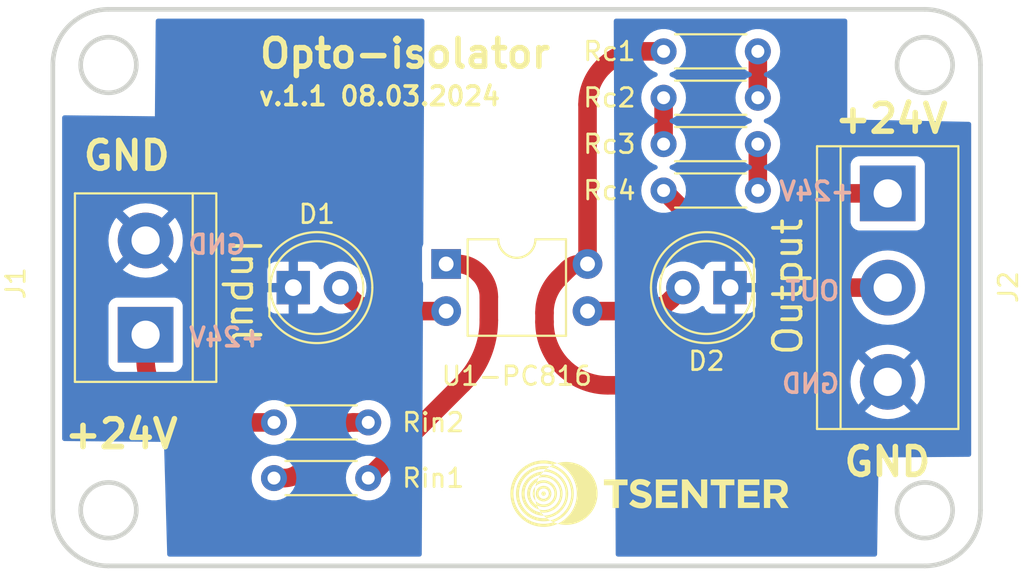
<source format=kicad_pcb>
(kicad_pcb (version 20240108) (generator "pcbnew") (generator_version "8.0")
  (layers (0 "F.Cu" signal) (31 "B.Cu" signal) (34 "B.Paste" user) (35 "F.Paste" user) (36 "B.SilkS" user "B.Silkscreen") (37 "F.SilkS" user "F.Silkscreen") (38 "B.Mask" user) (39 "F.Mask" user) (44 "Edge.Cuts" user))
  (net 0 "")
  (net 1 "GND1")
  (net 2 "Net-(D1-A)")
  (net 3 "GND2")
  (net 4 "Net-(D2-A)")
  (net 5 "+24V in")
  (net 6 "+24V out")
  (net 7 "/OUT")
  (net 8 "Net-(Rin1-Pad2)")
  (net 9 "Net-(Rc1-Pad1)")
  (net 10 "Net-(Rc2-Pad1)")
  (net 11 "Net-(Rc3-Pad1)")
  (net 12 "Net-(Rin1-Pad1)")
  (footprint "Resistor_THT:R_Axial_DIN0204_L3.6mm_D1.6mm_P5.08mm_Horizontal" (layer "F.Cu") (at 149 56.5 180)
    (property "Reference" "Rc3")
    (property "Value" "1K")
  )
  (footprint "LED_THT:LED_D5.0mm" (layer "F.Cu") (at 147.5 64.235 180)
    (property "Reference" "D2")
    (property "Value" "LED")
  )
  (footprint "Package_DIP:DIP-4_W7.62mm" (layer "F.Cu") (at 132.2 62.96)
    (property "Reference" "U1-PC816")
    (property "Value" "EL817")
  )
  (footprint "Resistor_THT:R_Axial_DIN0204_L3.6mm_D1.6mm_P5.08mm_Horizontal" (layer "F.Cu") (at 143.92 54)
    (property "Reference" "Rc2")
    (property "Value" "1K")
  )
  (footprint "Resistor_THT:R_Axial_DIN0204_L3.6mm_D1.6mm_P5.08mm_Horizontal" (layer "F.Cu") (at 122.92 74.5)
    (property "Reference" "Rin1")
    (property "Value" "2.2K")
  )
  (footprint "Resistor_THT:R_Axial_DIN0204_L3.6mm_D1.6mm_P5.08mm_Horizontal" (layer "F.Cu") (at 122.92 71.5)
    (property "Reference" "Rin2")
    (property "Value" "2.2K")
  )
  (footprint "LED_THT:LED_D5.0mm" (layer "F.Cu") (at 123.96 64.235)
    (property "Reference" "D1")
    (property "Value" "LED")
  )
  (footprint "TerminalBlock:TerminalBlock_bornier-3_P5.08mm" (layer "F.Cu") (at 156 59.155 -90)
    (property "Reference" "J2")
    (property "Value" "Screw_Terminal_01x03")
  )
  (footprint "Resistor_THT:R_Axial_DIN0204_L3.6mm_D1.6mm_P5.08mm_Horizontal" (layer "F.Cu") (at 149 51.5 180)
    (property "Reference" "Rc1")
    (property "Value" "1K")
  )
  (footprint "Resistor_THT:R_Axial_DIN0204_L3.6mm_D1.6mm_P5.08mm_Horizontal" (layer "F.Cu") (at 143.92 59)
    (property "Reference" "Rc4")
    (property "Value" "1K")
  )
  (footprint "TerminalBlock:TerminalBlock_bornier-2_P5.08mm" (layer "F.Cu") (at 116 66.775 90)
    (property "Reference" "J1")
    (property "Value" "Screw_Terminal_01x02")
  )
  (gr_poly (pts (xy 137 75) (xy 136.991939 75.045058) (xy 136.985119 75.090426) (xy 136.979539 75.136134) (xy 136.9752 75.182214) (xy 136.9721 75.228696) (xy 136.970241 75.275613) (xy 136.969621 75.322994) (xy 136.970479 75.375446) (xy 136.97301 75.427588) (xy 136.977154 75.479358) (xy 136.982848 75.530694) (xy 136.990031 75.581534) (xy 136.99864 75.631816) (xy 137.008614 75.681478) (xy 137.019891 75.730457) (xy 137.002472 75.710652) (xy 136.985951 75.689972) (xy 136.970361 75.668469) (xy 136.955732 75.6462) (xy 136.942094 75.623217) (xy 136.92948 75.599576) (xy 136.91792 75.57533) (xy 136.907445 75.550534) (xy 136.898086 75.525242) (xy 136.889875 75.499509) (xy 136.882841 75.473388) (xy 136.877017 75.446934) (xy 136.872433 75.420201) (xy 136.869121 75.393243) (xy 136.86711 75.366115) (xy 136.866433 75.338871) (xy 136.86705 75.311746) (xy 136.868883 75.284954) (xy 136.87191 75.258518) (xy 136.876107 75.232462) (xy 136.881452 75.206808) (xy 136.887921 75.181581) (xy 136.89549 75.156804) (xy 136.904137 75.132499) (xy 136.913838 75.10869) (xy 136.92457 75.0854) (xy 136.936309 75.062653) (xy 136.949034 75.040471) (xy 136.962719 75.018878) (xy 136.977342 74.997898) (xy 136.99288 74.977553) (xy 137.008567 74.958756)) (stroke (width -0.000001)) (fill solid) (layer "F.SilkS"))
  (gr_poly (pts (xy 142.697707 74.551176) (xy 142.738919 74.553445) (xy 142.779202 74.557264) (xy 142.818586 74.562664) (xy 142.83795 74.565967) (xy 142.857101 74.569677) (xy 142.876042 74.573797) (xy 142.894778 74.578332) (xy 142.913313 74.583286) (xy 142.931649 74.588662) (xy 142.949792 74.594464) (xy 142.967744 74.600697) (xy 143.003089 74.614222) (xy 143.020483 74.621459) (xy 143.037691 74.629018) (xy 143.054714 74.636902) (xy 143.07155 74.645115) (xy 143.0882 74.653662) (xy 143.104664 74.662545) (xy 143.120942 74.67177) (xy 143.137034 74.681339) (xy 143.15294 74.691257) (xy 143.16866 74.701527) (xy 143.184193 74.712154) (xy 143.199541 74.723141) (xy 143.214702 74.734493) (xy 143.229676 74.746212) (xy 143.0524 75.00021) (xy 143.026613 74.982847) (xy 143.000888 74.966477) (xy 142.975288 74.951099) (xy 142.949874 74.936712) (xy 142.924708 74.923318) (xy 142.899853 74.910916) (xy 142.875369 74.899506) (xy 142.851319 74.889088) (xy 142.838917 74.884281) (xy 142.826514 74.879784) (xy 142.814112 74.875597) (xy 142.801709 74.871721) (xy 142.789307 74.868155) (xy 142.776904 74.864899) (xy 142.764502 74.861954) (xy 142.752099 74.859319) (xy 142.739697 74.856994) (xy 142.727294 74.854979) (xy 142.714892 74.853274) (xy 142.702489 74.851879) (xy 142.690087 74.850794) (xy 142.677684 74.850019) (xy 142.665281 74.849555) (xy 142.652879 74.8494) (xy 142.640663 74.849555) (xy 142.628823 74.850019) (xy 142.617363 74.850794) (xy 142.606287 74.851879) (xy 142.595598 74.853274) (xy 142.585301 74.854979) (xy 142.5754 74.856994) (xy 142.565897 74.859319) (xy 142.556798 74.861954) (xy 142.548106 74.864899) (xy 142.539824 74.868155) (xy 142.531957 74.871721) (xy 142.524509 74.875597) (xy 142.517484 74.879784) (xy 142.510885 74.884281) (xy 142.504716 74.889088) (xy 142.498919 74.894111) (xy 142.493439 74.899258) (xy 142.488285 74.904528) (xy 142.483464 74.909923) (xy 142.478985 74.915442) (xy 142.474854 74.921085) (xy 142.471079 74.926851) (xy 142.46767 74.932742) (xy 142.464632 74.938757) (xy 142.461974 74.944896) (xy 142.459704 74.951158) (xy 142.457829 74.957545) (xy 142.456357 74.964056) (xy 142.455296 74.970691) (xy 142.454654 74.97745) (xy 142.454438 74.984333) (xy 142.454438 74.98962) (xy 142.4545 74.994083) (xy 142.454681 74.998534) (xy 142.454979 75.002962) (xy 142.45539 75.007355) (xy 142.455909 75.011701) (xy 142.456532 75.01599) (xy 142.457256 75.020208) (xy 142.458078 75.024345) (xy 142.458992 75.02839) (xy 142.459995 75.032329) (xy 142.461083 75.036153) (xy 142.462253 75.039848) (xy 142.4635 75.043404) (xy 142.464821 75.04681) (xy 142.466212 75.050052) (xy 142.467668 75.05312) (xy 142.469715 75.056561) (xy 142.471894 75.059945) (xy 142.474213 75.063274) (xy 142.47668 75.066553) (xy 142.479301 75.069786) (xy 142.482085 75.072976) (xy 142.48504 75.076128) (xy 142.488173 75.079245) (xy 142.491492 75.08233) (xy 142.495005 75.085389) (xy 142.498719 75.088425) (xy 142.502643 75.091441) (xy 142.506783 75.094442) (xy 142.511149 75.097431) (xy 142.515747 75.100412) (xy 142.520585 75.10339) (xy 142.525174 75.106335) (xy 142.530011 75.109222) (xy 142.535096 75.112055) (xy 142.540429 75.114838) (xy 142.546011 75.117575) (xy 142.55184 75.120269) (xy 142.557918 75.122924) (xy 142.564243 75.125545) (xy 142.577639 75.130697) (xy 142.592027 75.135758) (xy 142.607408 75.140757) (xy 142.62378 75.145725) (xy 142.65797 75.156098) (xy 142.696871 75.167218) (xy 142.740237 75.178838) (xy 142.763516 75.184757) (xy 142.78782 75.190708) (xy 142.816335 75.198762) (xy 142.844291 75.207034) (xy 142.871628 75.215494) (xy 142.898282 75.22411) (xy 142.924193 75.23285) (xy 142.949298 75.241683) (xy 142.973535 75.250578) (xy 142.996843 75.259502) (xy 143.019174 75.269559) (xy 143.040543 75.279924) (xy 143.060982 75.290662) (xy 143.080521 75.301834) (xy 143.089963 75.307602) (xy 143.099191 75.313502) (xy 143.10821 75.319542) (xy 143.117024 75.325729) (xy 143.125636 75.332072) (xy 143.13405 75.338577) (xy 143.14227 75.345253) (xy 143.1503 75.352108) (xy 143.158113 75.359115) (xy 143.165677 75.366246) (xy 143.172994 75.373501) (xy 143.180063 75.38088) (xy 143.186884 75.388383) (xy 143.193457 75.39601) (xy 143.199782 75.403761) (xy 143.205859 75.411636) (xy 143.211688 75.419636) (xy 143.217269 75.427759) (xy 143.222602 75.436007) (xy 143.227687 75.444378) (xy 143.232524 75.452874) (xy 143.237113 75.461494) (xy 143.241453 75.470238) (xy 143.245546 75.479107) (xy 143.249389 75.48816) (xy 143.252984 75.497462) (xy 143.256331 75.507012) (xy 143.259431 75.516809) (xy 143.262283 75.526855) (xy 143.264887 75.53715) (xy 143.267244 75.547692) (xy 143.269352 75.558482) (xy 143.271213 75.569521) (xy 143.272825 75.580807) (xy 143.27419 75.592342) (xy 143.275306 75.604125) (xy 143.276175 75.616156) (xy 143.276795 75.628434) (xy 143.277167 75.640961) (xy 143.277291 75.653736) (xy 143.277291 75.659023) (xy 143.277136 75.673287) (xy 143.276666 75.687311) (xy 143.275879 75.701102) (xy 143.27477 75.714668) (xy 143.273335 75.728018) (xy 143.271571 75.741158) (xy 143.269473 75.754096) (xy 143.267039 75.766841) (xy 143.264263 75.7794) (xy 143.261142 75.79178) (xy 143.257672 75.80399) (xy 143.25385 75.816037) (xy 143.249671 75.827929) (xy 143.245132 75.839673) (xy 143.240228 75.851278) (xy 143.234956 75.862751) (xy 143.229841 75.873571) (xy 143.224419 75.884206) (xy 143.218695 75.894654) (xy 143.212673 75.904917) (xy 143.206356 75.914993) (xy 143.199748 75.924884) (xy 143.192854 75.934589) (xy 143.185677 75.944107) (xy 143.17822 75.95344) (xy 143.170489 75.962586) (xy 143.162486 75.971547) (xy 143.154216 75.980322) (xy 143.145682 75.988911) (xy 143.136889 75.997314) (xy 143.12784 76.00553) (xy 143.118539 76.013561) (xy 143.10902 76.020909) (xy 143.09931 76.028067) (xy 143.089407 76.035031) (xy 143.079306 76.041797) (xy 143.069003 76.048362) (xy 143.058495 76.054721) (xy 143.047778 76.060871) (xy 143.036847 76.066808) (xy 143.0257 76.072528) (xy 143.014331 76.078027) (xy 143.002737 76.083301) (xy 142.990915 76.088347) (xy 142.978861 76.09316) (xy 142.966569 76.097737) (xy 142.954038 76.102074) (xy 142.941262 76.106167) (xy 142.915098 76.113608) (xy 142.888222 76.120057) (xy 142.860663 76.125514) (xy 142.832455 76.12998) (xy 142.803626 76.133454) (xy 142.774209 76.135935) (xy 142.744234 76.137424) (xy 142.713731 76.13792) (xy 142.715048 76.136593) (xy 142.716371 76.135265) (xy 142.694543 76.135018) (xy 142.67272 76.134279) (xy 142.650904 76.133051) (xy 142.629099 76.131339) (xy 142.607311 76.129147) (xy 142.585541 76.126478) (xy 142.563795 76.123336) (xy 142.542076 76.119725) (xy 142.498735 76.111112) (xy 142.45555 76.100668) (xy 142.41255 76.088425) (xy 142.369767 76.074413) (xy 142.348589 76.066694) (xy 142.327713 76.058424) (xy 142.307132 76.049612) (xy 142.286837 76.040264) (xy 142.266821 76.03039) (xy 142.247076 76.019996) (xy 142.227595 76.00909) (xy 142.208369 75.997681) (xy 142.189392 75.985775) (xy 142.170655 75.973382) (xy 142.15215 75.960508) (xy 142.13387 75.947161) (xy 142.115808 75.933349) (xy 142.097954 75.91908) (xy 142.080302 75.904362) (xy 142.062844 75.889202) (xy 142.263932 75.648426) (xy 142.290726 75.669641) (xy 142.31755 75.689646) (xy 142.344438 75.708473) (xy 142.371418 75.726152) (xy 142.398523 75.742714) (xy 142.425782 75.75819) (xy 142.453228 75.77261) (xy 142.480889 75.786007) (xy 142.494873 75.792241) (xy 142.509039 75.798044) (xy 142.523383 75.803421) (xy 142.537902 75.808375) (xy 142.55259 75.81291) (xy 142.567445 75.81703) (xy 142.582463 75.82074) (xy 142.59764 75.824042) (xy 142.612972 75.826942) (xy 142.628455 75.829442) (xy 142.644085 75.831547) (xy 142.659859 75.83326) (xy 142.675773 75.834586) (xy 142.691822 75.835528) (xy 142.708004 75.83609) (xy 142.724313 75.836277) (xy 142.737491 75.836122) (xy 142.750243 75.835657) (xy 142.762577 75.834882) (xy 142.774499 75.833798) (xy 142.786019 75.832403) (xy 142.797143 75.830698) (xy 142.80788 75.828684) (xy 142.818237 75.826359) (xy 142.828223 75.823724) (xy 142.837843 75.820779) (xy 142.847108 75.817524) (xy 142.856023 75.813959) (xy 142.864598 75.810084) (xy 142.872839 75.805898) (xy 142.880755 75.801402) (xy 142.888353 75.796597) (xy 142.895547 75.791542) (xy 142.902249 75.786297) (xy 142.908462 75.780859) (xy 142.914192 75.775222) (xy 142.916876 75.772329) (xy 142.91944 75.769384) (xy 142.921886 75.766389) (xy 142.924212 75.763341) (xy 142.926421 75.760241) (xy 142.928512 75.757089) (xy 142.930485 75.753883) (xy 142.932342 75.750623) (xy 142.934082 75.747309) (xy 142.935707 75.74394) (xy 142.937216 75.740516) (xy 142.938611 75.737037) (xy 142.939891 75.733501) (xy 142.941057 75.729908) (xy 142.94211 75.726259) (xy 142.94305 75.722552) (xy 142.944594 75.714962) (xy 142.945691 75.707137) (xy 142.946347 75.699071) (xy 142.946565 75.690762) (xy 142.946565 75.685474) (xy 142.946503 75.681507) (xy 142.946322 75.677548) (xy 142.946024 75.673604) (xy 142.945614 75.669683) (xy 142.945095 75.665793) (xy 142.944471 75.661941) (xy 142.943747 75.658136) (xy 142.942926 75.654386) (xy 142.942011 75.650697) (xy 142.941008 75.647078) (xy 142.93992 75.643536) (xy 142.93875 75.64008) (xy 142.937503 75.636716) (xy 142.936182 75.633454) (xy 142.934792 75.6303) (xy 142.933335 75.627262) (xy 142.931755 75.624287) (xy 142.929988 75.621311) (xy 142.928035 75.618335) (xy 142.925895 75.615359) (xy 142.92357 75.612383) (xy 142.921059 75.609407) (xy 142.918361 75.60643) (xy 142.915478 75.603454) (xy 142.912408 75.600477) (xy 142.909153 75.5975) (xy 142.905711 75.594524) (xy 142.902083 75.591547) (xy 142.89827 75.58857) (xy 142.89427 75.585593) (xy 142.890084 75.582616) (xy 142.885713 75.57964) (xy 142.881155 75.576694) (xy 142.876412 75.573802) (xy 142.871482 75.570957) (xy 142.866366 75.56815) (xy 142.855577 75.562621) (xy 142.844044 75.557154) (xy 142.831766 75.551686) (xy 142.818744 75.546155) (xy 142.790467 75.534657) (xy 142.774964 75.528819) (xy 142.758221 75.523167) (xy 142.740237 75.517638) (xy 142.721013 75.512171) (xy 142.700549 75.506703) (xy 142.678845 75.501172) (xy 142.631715 75.489674) (xy 142.603195 75.482606) (xy 142.575202 75.47529) (xy 142.547768 75.467726) (xy 142.520923 75.459913) (xy 142.494698 75.451853) (xy 142.469124 75.443544) (xy 142.444232 75.434987) (xy 142.420053 75.426182) (xy 142.396731 75.417004) (xy 142.374371 75.40733) (xy 142.352941 75.397159) (xy 142.33241 75.386492) (xy 142.312747 75.375329) (xy 142.293922 75.363671) (xy 142.275904 75.351519) (xy 142.25866 75.338871) (xy 142.25035 75.332327) (xy 142.242289 75.325594) (xy 142.234475 75.318667) (xy 142.22691 75.311542) (xy 142.219592 75.304217) (xy 142.212523 75.296685) (xy 142.205702 75.288945) (xy 142.199129 75.280992) (xy 142.192804 75.272821) (xy 142.186727 75.26443) (xy 142.180897 75.255814) (xy 142.175316 75.246969) (xy 142.169982 75.237892) (xy 142.164895 75.228578) (xy 142.160057 75.219023) (xy 142.155465 75.209225) (xy 142.151125 75.199615) (xy 142.147037 75.189645) (xy 142.143205 75.179326) (xy 142.139632 75.168669) (xy 142.136323 75.157688) (xy 142.133281 75.146392) (xy 142.130511 75.134794) (xy 142.128016 75.122905) (xy 142.125799 75.110737) (xy 142.123866 75.098302) (xy 142.12222 75.085611) (xy 142.120864 75.072676) (xy 142.119802 75.059508) (xy 142.11904 75.04612) (xy 142.118579 75.032522) (xy 142.118425 75.018726) (xy 142.118425 75.013439) (xy 142.11858 75.000138) (xy 142.119044 74.987023) (xy 142.119819 74.974094) (xy 142.120904 74.96135) (xy 142.122299 74.948793) (xy 142.124004 74.936421) (xy 142.126019 74.924236) (xy 142.128344 74.912236) (xy 142.130979 74.900423) (xy 142.133924 74.888795) (xy 142.13718 74.877354) (xy 142.140746 74.866099) (xy 142.144622 74.85503) (xy 142.148809 74.844147) (xy 142.153305 74.833451) (xy 142.158113 74.822941) (xy 142.163198 74.812586) (xy 142.16853 74.802363) (xy 142.174111 74.792279) (xy 142.17994 74.782343) (xy 142.186016 74.772561) (xy 142.192341 74.762943) (xy 142.198914 74.753495) (xy 142.205734 74.744226) (xy 142.212803 74.735142) (xy 142.22012 74.726252) (xy 142.227685 74.717564) (xy 142.235499 74.709085) (xy 142.24356 74.700824) (xy 142.25187 74.692787) (xy 142.260428 74.684982) (xy 142.269235 74.677418) (xy 142.278258 74.669634) (xy 142.287471 74.662149) (xy 142.296878 74.654951) (xy 142.306483 74.648027) (xy 142.31629 74.641367) (xy 142.326303 74.634959) (xy 142.336524 74.628791) (xy 142.346959 74.622851) (xy 142.357611 74.617129) (xy 142.368484 74.611612) (xy 142.379582 74.606289) (xy 142.390908 74.601148) (xy 142.402467 74.596177) (xy 142.414262 74.591365) (xy 142.426298 74.586701) (xy 142.438577 74.582172) (xy 142.463635 74.574732) (xy 142.48922 74.568284) (xy 142.515363 74.562827) (xy 142.542094 74.558363) (xy 142.569446 74.554891) (xy 142.597449 74.552411) (xy 142.626135 74.550923) (xy 142.655534 74.550427)) (stroke (width -0.000001)) (fill solid) (layer "F.SilkS"))
  (gr_poly (pts (xy 137.423509 74.171098) (xy 137.404074 74.191949) (xy 137.384949 74.213357) (xy 137.366166 74.235231) (xy 137.347755 74.257476) (xy 137.329746 74.280001) (xy 137.312171 74.302713) (xy 137.29506 74.32552) (xy 137.249505 74.333697) (xy 137.20465 74.343817) (xy 137.160544 74.355836) (xy 137.117236 74.369711) (xy 137.074775 74.3854) (xy 137.03321 74.40286) (xy 136.992589 74.422049) (xy 136.952962 74.442924) (xy 136.914377 74.465443) (xy 136.876884 74.489562) (xy 136.840532 74.515239) (xy 136.805368 74.542431) (xy 136.771444 74.571097) (xy 136.738806 74.601192) (xy 136.707504 74.632676) (xy 136.677588 74.665504) (xy 136.649105 74.699634) (xy 136.622106 74.735024) (xy 136.596638 74.771631) (xy 136.572751 74.809412) (xy 136.550494 74.848325) (xy 136.529916 74.888328) (xy 136.511065 74.929376) (xy 136.493991 74.971429) (xy 136.478742 75.014443) (xy 136.465368 75.058375) (xy 136.453917 75.103183) (xy 136.444438 75.148825) (xy 136.43698 75.195257) (xy 136.431593 75.242437) (xy 136.428325 75.290323) (xy 136.427224 75.338871) (xy 136.428355 75.387457) (xy 136.431715 75.435451) (xy 136.437253 75.482803) (xy 136.444918 75.529465) (xy 136.454661 75.575386) (xy 136.466431 75.620518) (xy 136.480178 75.66481) (xy 136.495851 75.708214) (xy 136.5134 75.75068) (xy 136.532774 75.792158) (xy 136.553923 75.8326) (xy 136.576797 75.871956) (xy 136.601345 75.910176) (xy 136.627518 75.947211) (xy 136.655263 75.983011) (xy 136.684532 76.017528) (xy 136.715274 76.050711) (xy 136.747438 76.082512) (xy 136.780974 76.11288) (xy 136.815832 76.141767) (xy 136.851961 76.169124) (xy 136.889311 76.1949) (xy 136.927831 76.219046) (xy 136.967472 76.241513) (xy 137.008182 76.262251) (xy 137.049911 76.281212) (xy 137.092609 76.298345) (xy 137.136226 76.313601) (xy 137.180711 76.326931) (xy 137.226014 76.338286) (xy 137.272084 76.347615) (xy 137.318872 76.35487) (xy 137.336854 76.37756) (xy 137.355085 76.399971) (xy 137.373564 76.422072) (xy 137.392291 76.443832) (xy 137.411267 76.465221) (xy 137.43049 76.486206) (xy 137.449962 76.506757) (xy 137.469682 76.526844) (xy 137.451158 76.526844) (xy 137.39002 76.525291) (xy 137.329685 76.520682) (xy 137.270228 76.513094) (xy 137.211723 76.502603) (xy 137.154245 76.489284) (xy 137.097869 76.473214) (xy 137.042669 76.454469) (xy 136.98872 76.433124) (xy 136.936097 76.409257) (xy 136.884873 76.382942) (xy 136.835124 76.354257) (xy 136.786925 76.323276) (xy 136.740349 76.290077) (xy 136.695472 76.254735) (xy 136.652368 76.217326) (xy 136.611112 76.177927) (xy 136.571778 76.136613) (xy 136.534441 76.093461) (xy 136.499176 76.048545) (xy 136.466056 76.001944) (xy 136.435158 75.953732) (xy 136.406555 75.903986) (xy 136.380322 75.852782) (xy 136.356533 75.800195) (xy 136.335264 75.746302) (xy 136.316589 75.69118) (xy 136.300582 75.634903) (xy 136.287318 75.577548) (xy 136.276871 75.519192) (xy 136.269317 75.459909) (xy 136.26473 75.399777) (xy 136.263185 75.338871) (xy 136.264723 75.27798) (xy 136.269286 75.217891) (xy 136.276802 75.158677) (xy 136.287194 75.100411) (xy 136.300388 75.043166) (xy 136.316309 74.987016) (xy 136.334884 74.932033) (xy 136.356037 74.878291) (xy 136.379694 74.825862) (xy 136.405779 74.774821) (xy 136.43422 74.72524) (xy 136.46494 74.677192) (xy 136.497865 74.630751) (xy 136.532921 74.585989) (xy 136.570034 74.542981) (xy 136.609127 74.501798) (xy 136.650128 74.462514) (xy 136.69296 74.425203) (xy 136.737551 74.389937) (xy 136.783824 74.356789) (xy 136.831706 74.325833) (xy 136.881122 74.297143) (xy 136.931996 74.27079) (xy 136.984256 74.246848) (xy 137.037825 74.225391) (xy 137.09263 74.206491) (xy 137.148595 74.190222) (xy 137.205647 74.176657) (xy 137.26371 74.165869) (xy 137.32271 74.157931) (xy 137.382573 74.152916) (xy 137.443223 74.150898)) (stroke (width -0.000001)) (fill solid) (layer "F.SilkS"))
  (gr_poly (pts (xy 137.488381 74.617496) (xy 137.52511 74.620281) (xy 137.561299 74.624867) (xy 137.596903 74.631208) (xy 137.631878 74.639261) (xy 137.666177 74.648981) (xy 137.699757 74.660321) (xy 137.732571 74.673237) (xy 137.764576 74.687684) (xy 137.795725 74.703617) (xy 137.825975 74.720991) (xy 137.855279 74.73976) (xy 137.883592 74.75988) (xy 137.910871 74.781306) (xy 137.937069 74.803992) (xy 137.962141 74.827894) (xy 137.986043 74.852967) (xy 138.00873 74.879164) (xy 138.030156 74.906443) (xy 138.050276 74.934756) (xy 138.069046 74.96406) (xy 138.086419 74.994309) (xy 138.102352 75.025458) (xy 138.116799 75.057462) (xy 138.129716 75.090276) (xy 138.141056 75.123855) (xy 138.150775 75.158154) (xy 138.158828 75.193128) (xy 138.16517 75.228732) (xy 138.169756 75.26492) (xy 138.17254 75.301648) (xy 138.173478 75.338871) (xy 138.172533 75.376094) (xy 138.169727 75.412822) (xy 138.165107 75.44901) (xy 138.158719 75.484614) (xy 138.150611 75.519588) (xy 138.140829 75.553887) (xy 138.129419 75.587466) (xy 138.116427 75.62028) (xy 138.101901 75.652284) (xy 138.085886 75.683433) (xy 138.06843 75.713682) (xy 138.049578 75.742986) (xy 138.029377 75.7713) (xy 138.007875 75.798578) (xy 137.985116 75.824775) (xy 137.961148 75.849848) (xy 137.936018 75.87375) (xy 137.909771 75.896436) (xy 137.882455 75.917862) (xy 137.854115 75.937982) (xy 137.824799 75.956752) (xy 137.794552 75.974125) (xy 137.763422 75.990058) (xy 137.731455 76.004505) (xy 137.698696 76.017421) (xy 137.665194 76.028762) (xy 137.630994 76.038481) (xy 137.596143 76.046534) (xy 137.560688 76.052876) (xy 137.524674 76.057461) (xy 137.488148 76.060246) (xy 137.451158 76.061184) (xy 137.426975 76.060784) (xy 137.403044 76.059592) (xy 137.379369 76.057626) (xy 137.355953 76.0549) (xy 137.3328 76.051431) (xy 137.309915 76.047232) (xy 137.287301 76.04232) (xy 137.264962 76.036711) (xy 137.242902 76.030419) (xy 137.221125 76.023461) (xy 137.199635 76.015852) (xy 137.178435 76.007606) (xy 137.15753 75.998741) (xy 137.136923 75.989271) (xy 137.116618 75.979212) (xy 137.09662 75.968578) (xy 137.085076 75.940553) (xy 137.074214 75.912063) (xy 137.063972 75.883139) (xy 137.054287 75.853813) (xy 137.045098 75.824115) (xy 137.036344 75.794076) (xy 137.027962 75.763726) (xy 137.019891 75.733097) (xy 137.040285 75.754421) (xy 137.061752 75.774707) (xy 137.084251 75.793907) (xy 137.107738 75.811976) (xy 137.132172 75.828866) (xy 137.157508 75.844532) (xy 137.183705 75.858926) (xy 137.210719 75.872003) (xy 137.238509 75.883715) (xy 137.267031 75.894016) (xy 137.296243 75.902861) (xy 137.326103 75.910201) (xy 137.356566 75.915991) (xy 137.387592 75.920185) (xy 137.419137 75.922735) (xy 137.451158 75.923595) (xy 137.481235 75.922834) (xy 137.510919 75.920575) (xy 137.540173 75.916855) (xy 137.56896 75.91171) (xy 137.597242 75.905178) (xy 137.624985 75.897295) (xy 137.65215 75.888099) (xy 137.6787 75.877625) (xy 137.704599 75.865911) (xy 137.729811 75.852994) (xy 137.754297 75.83891) (xy 137.778023 75.823696) (xy 137.800949 75.80739) (xy 137.823041 75.790027) (xy 137.84426 75.771645) (xy 137.864571 75.75228) (xy 137.883936 75.73197) (xy 137.902318 75.710751) (xy 137.919681 75.68866) (xy 137.935988 75.665734) (xy 137.951202 75.642009) (xy 137.965286 75.617522) (xy 137.978204 75.592311) (xy 137.989918 75.566412) (xy 138.000392 75.539862) (xy 138.009589 75.512697) (xy 138.017472 75.484955) (xy 138.024004 75.456673) (xy 138.029149 75.427886) (xy 138.032869 75.398632) (xy 138.035129 75.368948) (xy 138.03589 75.338871) (xy 138.035129 75.308794) (xy 138.032869 75.27911) (xy 138.029149 75.249856) (xy 138.024004 75.22107) (xy 138.017472 75.192787) (xy 138.009589 75.165045) (xy 138.000392 75.13788) (xy 137.989918 75.11133) (xy 137.978204 75.085431) (xy 137.965286 75.06022) (xy 137.951202 75.035733) (xy 137.935988 75.012009) (xy 137.919681 74.989082) (xy 137.902318 74.966991) (xy 137.883936 74.945772) (xy 137.864571 74.925462) (xy 137.84426 74.906097) (xy 137.823041 74.887715) (xy 137.800949 74.870353) (xy 137.778023 74.854046) (xy 137.754297 74.838832) (xy 137.729811 74.824748) (xy 137.704599 74.811831) (xy 137.6787 74.800117) (xy 137.65215 74.789644) (xy 137.624985 74.780447) (xy 137.597242 74.772564) (xy 137.56896 74.766032) (xy 137.540173 74.760887) (xy 137.510919 74.757167) (xy 137.481235 74.754908) (xy 137.451158 74.754147) (xy 137.451158 74.756786) (xy 137.418611 74.757678) (xy 137.386491 74.760326) (xy 137.354851 74.764687) (xy 137.323746 74.770718) (xy 137.29323 74.778377) (xy 137.263357 74.787621) (xy 137.234182 74.798408) (xy 137.205758 74.810695) (xy 137.178141 74.824439) (xy 137.151384 74.839597) (xy 137.125542 74.856127) (xy 137.100668 74.873987) (xy 137.076818 74.893134) (xy 137.054045 74.913524) (xy 137.032404 74.935116) (xy 137.011949 74.957867) (xy 137.019141 74.927234) (xy 137.02683 74.89685) (xy 137.035016 74.866713) (xy 137.043698 74.836824) (xy 137.052877 74.807182) (xy 137.062552 74.777789) (xy 137.072723 74.748643) (xy 137.08339 74.719746) (xy 137.103479 74.707686) (xy 137.124045 74.69632) (xy 137.145067 74.68566) (xy 137.166528 74.675717) (xy 137.188407 74.666502) (xy 137.210686 74.658028) (xy 137.233344 74.650306) (xy 137.256362 74.643347) (xy 137.279722 74.637163) (xy 137.303403 74.631766) (xy 137.327386 74.627168) (xy 137.351652 74.623379) (xy 137.376182 74.620412) (xy 137.400955 74.618279) (xy 137.425954 74.61699) (xy 137.451158 74.616558)) (stroke (width -0.000001)) (fill solid) (layer "F.SilkS"))
  (gr_poly (pts (xy 144.661058 74.875851) (xy 143.835557 74.875851) (xy 143.835557 75.188053) (xy 144.560517 75.188053) (xy 144.560517 75.489689) (xy 143.835557 75.489689) (xy 143.835557 75.812481) (xy 144.67164 75.812481) (xy 144.67164 76.114109) (xy 143.502183 76.114109) (xy 143.502183 74.574223) (xy 144.661058 74.574223)) (stroke (width -0.000001)) (fill solid) (layer "F.SilkS"))
  (gr_poly (pts (xy 137.501806 73.548297) (xy 137.549533 73.550228) (xy 137.596972 73.553423) (xy 137.644105 73.557861) (xy 137.690912 73.563524) (xy 137.737374 73.570393) (xy 137.783472 73.578447) (xy 137.829187 73.587668) (xy 137.874498 73.598037) (xy 137.919387 73.609533) (xy 137.963834 73.622137) (xy 138.00782 73.635831) (xy 138.051325 73.650594) (xy 138.094331 73.666407) (xy 138.136817 73.683251) (xy 138.178765 73.701107) (xy 138.149126 73.710284) (xy 138.119733 73.719957) (xy 138.090587 73.730126) (xy 138.06169 73.740791) (xy 138.033039 73.751953) (xy 138.004638 73.763611) (xy 137.976484 73.775766) (xy 137.948579 73.788418) (xy 137.88944 73.770688) (xy 137.829185 73.75522) (xy 137.767938 73.742047) (xy 137.705822 73.731198) (xy 137.642962 73.722707) (xy 137.579482 73.716602) (xy 137.515506 73.712917) (xy 137.451158 73.711681) (xy 137.367576 73.713804) (xy 137.285075 73.720102) (xy 137.203756 73.730472) (xy 137.123724 73.744811) (xy 137.045081 73.763017) (xy 136.96793 73.784986) (xy 136.892375 73.810614) (xy 136.81852 73.839798) (xy 136.746466 73.872436) (xy 136.676318 73.908424) (xy 136.608178 73.947659) (xy 136.54215 73.990038) (xy 136.478337 74.035457) (xy 136.416842 74.083814) (xy 136.357768 74.135004) (xy 136.301219 74.188926) (xy 136.247298 74.245475) (xy 136.196107 74.304549) (xy 136.147751 74.366044) (xy 136.102332 74.429857) (xy 136.059953 74.495886) (xy 136.020718 74.564026) (xy 135.98473 74.634174) (xy 135.952093 74.706228) (xy 135.922908 74.780085) (xy 135.89728 74.85564) (xy 135.875311 74.932791) (xy 135.857106 75.011434) (xy 135.842766 75.091467) (xy 135.832396 75.172787) (xy 135.826098 75.255289) (xy 135.823976 75.338871) (xy 135.826098 75.422453) (xy 135.832396 75.504955) (xy 135.842766 75.586274) (xy 135.857105 75.666307) (xy 135.875311 75.744951) (xy 135.897279 75.822102) (xy 135.922907 75.897657) (xy 135.952091 75.971513) (xy 135.984729 76.043566) (xy 136.020717 76.113715) (xy 136.059952 76.181854) (xy 136.10233 76.247882) (xy 136.147749 76.311695) (xy 136.196105 76.37319) (xy 136.247295 76.432264) (xy 136.301216 76.488813) (xy 136.357765 76.542734) (xy 136.416839 76.593924) (xy 136.478334 76.64228) (xy 136.542146 76.687699) (xy 136.608174 76.730077) (xy 136.676314 76.769312) (xy 136.746463 76.8053) (xy 136.818516 76.837937) (xy 136.892372 76.867122) (xy 136.967927 76.89275) (xy 137.045078 76.914718) (xy 137.123721 76.932923) (xy 137.203754 76.947263) (xy 137.285073 76.957633) (xy 137.367576 76.963931) (xy 137.451158 76.966053) (xy 137.451173 76.966068) (xy 137.486301 76.965698) (xy 137.521235 76.96459) (xy 137.555967 76.962754) (xy 137.59049 76.960197) (xy 137.624796 76.956927) (xy 137.658877 76.952952) (xy 137.692725 76.948279) (xy 137.726334 76.942916) (xy 137.759694 76.936871) (xy 137.792799 76.930152) (xy 137.825641 76.922766) (xy 137.858211 76.914721) (xy 137.890503 76.906026) (xy 137.922508 76.896687) (xy 137.985627 76.87611) (xy 138.043215 76.899342) (xy 138.072087 76.910431) (xy 138.101051 76.921086) (xy 138.13014 76.931246) (xy 138.159384 76.940847) (xy 138.188814 76.949828) (xy 138.218461 76.958126) (xy 138.174498 76.97837) (xy 138.129934 76.99742) (xy 138.084788 77.015261) (xy 138.03908 77.031878) (xy 137.99283 77.047254) (xy 137.946056 77.061375) (xy 137.898779 77.074225) (xy 137.851017 77.085788) (xy 137.80279 77.096049) (xy 137.754118 77.104992) (xy 137.705019 77.112601) (xy 137.655514 77.118862) (xy 137.605621 77.123759) (xy 137.55536 77.127276) (xy 137.504751 77.129397) (xy 137.453813 77.130108) (xy 137.361845 77.12777) (xy 137.271062 77.120834) (xy 137.181575 77.109412) (xy 137.0935 77.093619) (xy 137.00695 77.073568) (xy 136.922038 77.049374) (xy 136.83888 77.02115) (xy 136.757588 76.98901) (xy 136.678276 76.953068) (xy 136.601059 76.913438) (xy 136.52605 76.870233) (xy 136.453364 76.823568) (xy 136.383113 76.773556) (xy 136.315411 76.720311) (xy 136.250374 76.663947) (xy 136.188113 76.604578) (xy 136.128744 76.542318) (xy 136.072381 76.47728) (xy 136.019136 76.409579) (xy 135.969124 76.339328) (xy 135.922458 76.266641) (xy 135.879254 76.191632) (xy 135.839623 76.114415) (xy 135.803681 76.035104) (xy 135.771541 75.953812) (xy 135.743317 75.870653) (xy 135.719123 75.785742) (xy 135.699072 75.699192) (xy 135.683279 75.611116) (xy 135.671858 75.52163) (xy 135.664921 75.430846) (xy 135.662584 75.338879) (xy 135.664913 75.246911) (xy 135.671828 75.156127) (xy 135.683216 75.066641) (xy 135.698964 74.978566) (xy 135.718959 74.892015) (xy 135.74309 74.807104) (xy 135.771244 74.723946) (xy 135.803309 74.642654) (xy 135.839172 74.563342) (xy 135.878721 74.486125) (xy 135.921843 74.411116) (xy 135.968426 74.338429) (xy 136.018358 74.268178) (xy 136.071525 74.200477) (xy 136.127817 74.13544) (xy 136.187121 74.073179) (xy 136.249323 74.01381) (xy 136.314312 73.957447) (xy 136.381975 73.904202) (xy 136.4522 73.85419) (xy 136.524875 73.807524) (xy 136.599886 73.76432) (xy 136.677122 73.724689) (xy 136.756471 73.688747) (xy 136.837819 73.656607) (xy 136.921055 73.628383) (xy 137.006066 73.604189) (xy 137.09274 73.584138) (xy 137.180963 73.568345) (xy 137.270625 73.556923) (xy 137.361612 73.549987) (xy 137.453813 73.547649)) (stroke (width -0.000001)) (fill solid) (layer "F.SilkS"))
  (gr_poly (pts (xy 137.157391 74.547855) (xy 137.143325 74.575833) (xy 137.129692 74.603996) (xy 137.116556 74.632407) (xy 137.103978 74.661128) (xy 137.092019 74.69022) (xy 137.080743 74.719746) (xy 137.042347 74.744751) (xy 137.005613 74.77207) (xy 136.970654 74.801598) (xy 136.937582 74.833231) (xy 136.90651 74.866863) (xy 136.87755 74.90239) (xy 136.850815 74.939708) (xy 136.826417 74.978711) (xy 136.804468 75.019296) (xy 136.785081 75.061357) (xy 136.768369 75.10479) (xy 136.754443 75.14949) (xy 136.743416 75.195353) (xy 136.7354 75.242274) (xy 136.730508 75.290148) (xy 136.728852 75.338871) (xy 136.726197 75.341526) (xy 136.726629 75.366484) (xy 136.727915 75.391241) (xy 136.730041 75.415783) (xy 136.732993 75.440095) (xy 136.736757 75.464163) (xy 136.74132 75.487973) (xy 136.746666 75.511509) (xy 136.752781 75.534757) (xy 136.759653 75.557703) (xy 136.767266 75.580332) (xy 136.775607 75.602629) (xy 136.784662 75.624581) (xy 136.794416 75.646172) (xy 136.804856 75.667388) (xy 136.815967 75.688215) (xy 136.827736 75.708637) (xy 136.840148 75.728641) (xy 136.853189 75.748212) (xy 136.866846 75.767335) (xy 136.881104 75.785996) (xy 136.895948 75.80418) (xy 136.911366 75.821873) (xy 136.927343 75.83906) (xy 136.943865 75.855727) (xy 136.960918 75.871859) (xy 136.978488 75.887442) (xy 136.99656 75.90246) (xy 137.015121 75.9169) (xy 137.034157 75.930748) (xy 137.053654 75.943987) (xy 137.073597 75.956605) (xy 137.093972 75.968586) (xy 137.106128 75.997238) (xy 137.118779 76.025641) (xy 137.131926 76.053795) (xy 137.145569 76.0817) (xy 137.159708 76.109357) (xy 137.174343 76.136766) (xy 137.189474 76.163926) (xy 137.205102 76.190838) (xy 137.170668 76.180209) (xy 137.136839 76.168189) (xy 137.071126 76.140122) (xy 137.00822 76.106924) (xy 136.948375 76.068881) (xy 136.891847 76.02628) (xy 136.838893 75.979408) (xy 136.789768 75.928551) (xy 136.744728 75.873998) (xy 136.704029 75.816034) (xy 136.667927 75.754946) (xy 136.636677 75.69102) (xy 136.610535 75.624545) (xy 136.589757 75.555807) (xy 136.581459 75.520678) (xy 136.574599 75.485092) (xy 136.569207 75.449082) (xy 136.565316 75.412687) (xy 136.562958 75.37594) (xy 136.562165 75.338879) (xy 136.562935 75.301848) (xy 136.565225 75.265188) (xy 136.569002 75.228932) (xy 136.574237 75.19311) (xy 136.580898 75.157753) (xy 136.588954 75.122892) (xy 136.598375 75.088559) (xy 136.609128 75.054783) (xy 136.621184 75.021596) (xy 136.634512 74.98903) (xy 136.649079 74.957114) (xy 136.664856 74.925881) (xy 136.681811 74.895361) (xy 136.699913 74.865585) (xy 136.719131 74.836584) (xy 136.739434 74.808389) (xy 136.760792 74.781031) (xy 136.783173 74.754542) (xy 136.806546 74.728951) (xy 136.83088 74.704291) (xy 136.856145 74.680592) (xy 136.882308 74.657885) (xy 136.90934 74.636201) (xy 136.937209 74.615572) (xy 136.965884 74.596027) (xy 136.995334 74.577599) (xy 137.025529 74.560318) (xy 137.056436 74.544215) (xy 137.088026 74.529322) (xy 137.120267 74.515669) (xy 137.153128 74.503287) (xy 137.186578 74.492207)) (stroke (width -0.000001)) (fill solid) (layer "F.SilkS"))
  (gr_poly (pts (xy 149.084893 74.875851) (xy 148.259393 74.875851) (xy 148.259393 75.188053) (xy 148.984346 75.188053) (xy 148.984346 75.489689) (xy 148.259393 75.489689) (xy 148.259393 75.812481) (xy 149.095475 75.812481) (xy 149.095475 76.114109) (xy 147.926011 76.114109) (xy 147.926011 74.574223) (xy 149.084893 74.574223)) (stroke (width -0.000001)) (fill solid) (layer "F.SilkS"))
  (gr_poly (pts (xy 138.752869 73.631872) (xy 138.838996 73.638422) (xy 138.92387 73.649208) (xy 139.007387 73.664123) (xy 139.089438 73.683062) (xy 139.169918 73.705917) (xy 139.248719 73.732581) (xy 139.325735 73.762949) (xy 139.400861 73.796914) (xy 139.473988 73.834369) (xy 139.545011 73.875207) (xy 139.613822 73.919322) (xy 139.680316 73.966607) (xy 139.744386 74.016957) (xy 139.805924 74.070263) (xy 139.864825 74.12642) (xy 139.920983 74.185321) (xy 139.974289 74.24686) (xy 140.024639 74.310929) (xy 140.071924 74.377422) (xy 140.116039 74.446234) (xy 140.156878 74.517256) (xy 140.194332 74.590383) (xy 140.228297 74.665508) (xy 140.258665 74.742524) (xy 140.28533 74.821325) (xy 140.308185 74.901804) (xy 140.327123 74.983855) (xy 140.342039 75.06737) (xy 140.352824 75.152244) (xy 140.359374 75.23837) (xy 140.361581 75.325642) (xy 140.359374 75.412914) (xy 140.352824 75.49904) (xy 140.342039 75.583915) (xy 140.327123 75.667431) (xy 140.308185 75.749483) (xy 140.28533 75.829962) (xy 140.258665 75.908764) (xy 140.228297 75.98578) (xy 140.194332 76.060905) (xy 140.156878 76.134032) (xy 140.116039 76.205055) (xy 140.071924 76.273867) (xy 140.024639 76.340361) (xy 139.974289 76.40443) (xy 139.920983 76.465969) (xy 139.864825 76.52487) (xy 139.805924 76.581027) (xy 139.744386 76.634334) (xy 139.680316 76.684683) (xy 139.613822 76.731969) (xy 139.545011 76.776084) (xy 139.473988 76.816922) (xy 139.400861 76.854377) (xy 139.325735 76.888342) (xy 139.248719 76.91871) (xy 139.169918 76.945374) (xy 139.089438 76.968229) (xy 139.007387 76.987168) (xy 138.92387 77.002083) (xy 138.838996 77.012869) (xy 138.752869 77.019419) (xy 138.665597 77.021626) (xy 138.607309 77.020638) (xy 138.549549 77.017697) (xy 138.492349 77.012834) (xy 138.435738 77.006079) (xy 138.379747 76.997463) (xy 138.324408 76.987019) (xy 138.269751 76.974776) (xy 138.215806 76.960766) (xy 138.327184 76.903049) (xy 138.433875 76.838227) (xy 138.535536 76.766577) (xy 138.631822 76.688372) (xy 138.722386 76.603889) (xy 138.806886 76.513402) (xy 138.884974 76.417186) (xy 138.956308 76.315517) (xy 139.02054 76.208671) (xy 139.077328 76.096921) (xy 139.126326 75.980544) (xy 139.167188 75.859814) (xy 139.19957 75.735006) (xy 139.223127 75.606396) (xy 139.237515 75.47426) (xy 139.242387 75.338871) (xy 139.241108 75.270719) (xy 139.237301 75.203217) (xy 139.231013 75.136408) (xy 139.22229 75.070338) (xy 139.211177 75.005051) (xy 139.197721 74.940591) (xy 139.181968 74.877003) (xy 139.163963 74.814332) (xy 139.143753 74.752622) (xy 139.121383 74.691918) (xy 139.096901 74.632264) (xy 139.070351 74.573706) (xy 139.04178 74.516286) (xy 139.011234 74.460051) (xy 138.978758 74.405044) (xy 138.9444 74.351311) (xy 138.908204 74.298895) (xy 138.870218 74.247842) (xy 138.830486 74.198195) (xy 138.789056 74.15) (xy 138.745972 74.103301) (xy 138.701281 74.058143) (xy 138.65503 74.01457) (xy 138.607263 73.972627) (xy 138.558028 73.932358) (xy 138.50737 73.893808) (xy 138.455335 73.857021) (xy 138.401969 73.822042) (xy 138.347318 73.788916) (xy 138.291429 73.757687) (xy 138.234347 73.7284) (xy 138.176118 73.701099) (xy 138.235024 73.685117) (xy 138.294643 73.670964) (xy 138.354944 73.658733) (xy 138.415897 73.648517) (xy 138.477469 73.640409) (xy 138.53963 73.634502) (xy 138.60235 73.63089) (xy 138.665597 73.629665)) (stroke (width -0.000001)) (fill solid) (layer "F.SilkS"))
  (gr_poly (pts (xy 137.47285 74.918732) (xy 137.494253 74.920353) (xy 137.51534 74.923022) (xy 137.536085 74.926713) (xy 137.556462 74.9314) (xy 137.576444 74.937057) (xy 137.596006 74.943658) (xy 137.615121 74.951176) (xy 137.633763 74.959586) (xy 137.651906 74.968861) (xy 137.669524 74.978975) (xy 137.68659 74.989902) (xy 137.703079 75.001616) (xy 137.718965 75.01409) (xy 137.73422 75.027299) (xy 137.74882 75.041216) (xy 137.762737 75.055815) (xy 137.775946 75.07107) (xy 137.78842 75.086956) (xy 137.800134 75.103444) (xy 137.811061 75.12051) (xy 137.821175 75.138128) (xy 137.830451 75.156271) (xy 137.83886 75.174912) (xy 137.846379 75.194027) (xy 137.852979 75.213588) (xy 137.858637 75.23357) (xy 137.863324 75.253946) (xy 137.867015 75.27469) (xy 137.869684 75.295777) (xy 137.871304 75.317179) (xy 137.87185 75.338871) (xy 137.871297 75.360563) (xy 137.869655 75.381965) (xy 137.866951 75.403052) (xy 137.863215 75.423796) (xy 137.858472 75.444172) (xy 137.852752 75.464154) (xy 137.846081 75.483715) (xy 137.838487 75.50283) (xy 137.829998 75.521472) (xy 137.820641 75.539614) (xy 137.810444 75.557232) (xy 137.799434 75.574298) (xy 137.78764 75.590787) (xy 137.775088 75.606672) (xy 137.761807 75.621927) (xy 137.747824 75.636526) (xy 137.733166 75.650443) (xy 137.717862 75.663652) (xy 137.701939 75.676127) (xy 137.685424 75.68784) (xy 137.668345 75.698767) (xy 137.65073 75.708881) (xy 137.632606 75.718156) (xy 137.614001 75.726566) (xy 137.594943 75.734084) (xy 137.575458 75.740685) (xy 137.555576 75.746342) (xy 137.535323 75.751029) (xy 137.514727 75.754721) (xy 137.493816 75.757389) (xy 137.472617 75.75901) (xy 137.451158 75.759556) (xy 137.429466 75.75901) (xy 137.408063 75.757389) (xy 137.386977 75.754721) (xy 137.366233 75.751029) (xy 137.345856 75.746342) (xy 137.325875 75.740685) (xy 137.306313 75.734084) (xy 137.287199 75.726566) (xy 137.268557 75.718156) (xy 137.250415 75.708881) (xy 137.232797 75.698767) (xy 137.215731 75.68784) (xy 137.199242 75.676127) (xy 137.183357 75.663652) (xy 137.168102 75.650443) (xy 137.153503 75.636526) (xy 137.139585 75.621927) (xy 137.126377 75.606672) (xy 137.113902 75.590787) (xy 137.102188 75.574298) (xy 137.091261 75.557232) (xy 137.081147 75.539614) (xy 137.071872 75.521472) (xy 137.063463 75.50283) (xy 137.055944 75.483715) (xy 137.049344 75.464154) (xy 137.043687 75.444172) (xy 137.038999 75.423796) (xy 137.035308 75.403052) (xy 137.032639 75.381965) (xy 137.031019 75.360563) (xy 137.030473 75.338871) (xy 137.170701 75.338871) (xy 137.17107 75.353177) (xy 137.172165 75.36731) (xy 137.173967 75.381251) (xy 137.176458 75.394981) (xy 137.17962 75.408483) (xy 137.183434 75.421738) (xy 137.187881 75.434727) (xy 137.192944 75.447432) (xy 137.198603 75.459835) (xy 137.204841 75.471918) (xy 137.211639 75.483661) (xy 137.218979 75.495047) (xy 137.226842 75.506056) (xy 137.23521 75.516672) (xy 137.244064 75.526874) (xy 137.253386 75.536646) (xy 137.263157 75.545968) (xy 137.27336 75.554822) (xy 137.283976 75.563189) (xy 137.294985 75.571052) (xy 137.306371 75.578391) (xy 137.318114 75.585189) (xy 137.330197 75.591427) (xy 137.3426 75.597086) (xy 137.355305 75.602149) (xy 137.368294 75.606596) (xy 137.381548 75.610409) (xy 137.39505 75.613571) (xy 137.40878 75.616062) (xy 137.42272 75.617864) (xy 137.436852 75.618959) (xy 137.451158 75.619328) (xy 137.465464 75.618959) (xy 137.479597 75.617864) (xy 137.493537 75.616062) (xy 137.507268 75.613571) (xy 137.52077 75.610409) (xy 137.534025 75.606596) (xy 137.547015 75.602149) (xy 137.55972 75.597086) (xy 137.572124 75.591427) (xy 137.584206 75.585189) (xy 137.59595 75.578391) (xy 137.607336 75.571052) (xy 137.618346 75.563189) (xy 137.628962 75.554822) (xy 137.639165 75.545968) (xy 137.648936 75.536646) (xy 137.658259 75.526874) (xy 137.667113 75.516672) (xy 137.675481 75.506056) (xy 137.683344 75.495047) (xy 137.690684 75.483661) (xy 137.697482 75.471918) (xy 137.70372 75.459835) (xy 137.709379 75.447432) (xy 137.714442 75.434727) (xy 137.71889 75.421738) (xy 137.722703 75.408483) (xy 137.725865 75.394981) (xy 137.728356 75.381251) (xy 137.730158 75.36731) (xy 137.731253 75.353177) (xy 137.731622 75.338871) (xy 137.73126 75.324565) (xy 137.730187 75.310432) (xy 137.728419 75.296492) (xy 137.725973 75.282761) (xy 137.722867 75.269259) (xy 137.719116 75.256004) (xy 137.714739 75.243015) (xy 137.709752 75.23031) (xy 137.704171 75.217907) (xy 137.698015 75.205824) (xy 137.691299 75.194081) (xy 137.684042 75.182695) (xy 137.676259 75.171686) (xy 137.667968 75.16107) (xy 137.659186 75.150868) (xy 137.649929 75.141096) (xy 137.640215 75.131774) (xy 137.630061 75.12292) (xy 137.619483 75.114553) (xy 137.608499 75.10669) (xy 137.597126 75.099351) (xy 137.585379 75.092553) (xy 137.573278 75.086315) (xy 137.560837 75.080656) (xy 137.548075 75.075593) (xy 137.535008 75.071146) (xy 137.521654 75.067333) (xy 137.508028 75.064171) (xy 137.494149 75.06168) (xy 137.480033 75.059878) (xy 137.465697 75.058784) (xy 137.451158 75.058415) (xy 137.436852 75.058784) (xy 137.42272 75.059878) (xy 137.40878 75.06168) (xy 137.39505 75.064171) (xy 137.381548 75.067333) (xy 137.368294 75.071146) (xy 137.355305 75.075593) (xy 137.3426 75.080656) (xy 137.330197 75.086315) (xy 137.318114 75.092553) (xy 137.306371 75.099351) (xy 137.294985 75.10669) (xy 137.283976 75.114553) (xy 137.27336 75.12292) (xy 137.263157 75.131774) (xy 137.253386 75.141096) (xy 137.244064 75.150868) (xy 137.23521 75.16107) (xy 137.226842 75.171686) (xy 137.218979 75.182695) (xy 137.211639 75.194081) (xy 137.204841 75.205824) (xy 137.198603 75.217907) (xy 137.192944 75.23031) (xy 137.187881 75.243015) (xy 137.183434 75.256004) (xy 137.17962 75.269259) (xy 137.176458 75.282761) (xy 137.173967 75.296492) (xy 137.172165 75.310432) (xy 137.17107 75.324565) (xy 137.170701 75.338871) (xy 137.030473 75.338871) (xy 137.031019 75.317179) (xy 137.032639 75.295777) (xy 137.035308 75.27469) (xy 137.038999 75.253946) (xy 137.043687 75.23357) (xy 137.049344 75.213588) (xy 137.055944 75.194027) (xy 137.063463 75.174912) (xy 137.071872 75.156271) (xy 137.081147 75.138128) (xy 137.091261 75.12051) (xy 137.102188 75.103444) (xy 137.113902 75.086956) (xy 137.126377 75.07107) (xy 137.139585 75.055815) (xy 137.153503 75.041216) (xy 137.168102 75.027299) (xy 137.183357 75.01409) (xy 137.199242 75.001616) (xy 137.215731 74.989902) (xy 137.232797 74.978975) (xy 137.250415 74.968861) (xy 137.268557 74.959586) (xy 137.287199 74.951176) (xy 137.306313 74.943658) (xy 137.325875 74.937057) (xy 137.345856 74.9314) (xy 137.366233 74.926713) (xy 137.386977 74.923022) (xy 137.408063 74.920353) (xy 137.429466 74.918732) (xy 137.451158 74.918186)) (stroke (width -0.000001)) (fill solid) (layer "F.SilkS"))
  (gr_poly (pts (xy 137.491828 73.852404) (xy 137.532436 73.853929) (xy 137.572919 73.856508) (xy 137.613216 73.860173) (xy 137.653264 73.864954) (xy 137.693003 73.870882) (xy 137.73237 73.877988) (xy 137.771302 73.886303) (xy 137.746627 73.901436) (xy 137.722231 73.917065) (xy 137.698146 73.933189) (xy 137.674401 73.949808) (xy 137.651029 73.966923) (xy 137.62806 73.984534) (xy 137.605523 74.002641) (xy 137.583451 74.021244) (xy 137.575483 74.019847) (xy 137.567457 74.018625) (xy 137.551246 74.016657) (xy 137.534849 74.015247) (xy 137.518297 74.014301) (xy 137.501621 74.013728) (xy 137.484852 74.013434) (xy 137.451158 74.01331) (xy 137.383106 74.01504) (xy 137.31593 74.020173) (xy 137.249713 74.028627) (xy 137.184539 74.040315) (xy 137.120493 74.055155) (xy 137.05766 74.073061) (xy 136.996122 74.09395) (xy 136.935966 74.117736) (xy 136.877274 74.144337) (xy 136.820132 74.173667) (xy 136.764623 74.205642) (xy 136.710832 74.240178) (xy 136.658844 74.27719) (xy 136.608742 74.316595) (xy 136.56061 74.358308) (xy 136.514534 74.402245) (xy 136.470597 74.448321) (xy 136.428884 74.496452) (xy 136.389479 74.546554) (xy 136.352466 74.598542) (xy 136.31793 74.652333) (xy 136.285955 74.707842) (xy 136.256625 74.764984) (xy 136.230024 74.823676) (xy 136.206237 74.883832) (xy 136.185348 74.94537) (xy 136.167442 75.008204) (xy 136.152602 75.07225) (xy 136.140914 75.137424) (xy 136.13246 75.203642) (xy 136.127326 75.270819) (xy 136.125596 75.338871) (xy 136.127326 75.406923) (xy 136.13246 75.4741) (xy 136.140914 75.540318) (xy 136.152602 75.605492) (xy 136.167442 75.669538) (xy 136.185348 75.732372) (xy 136.206237 75.79391) (xy 136.230024 75.854066) (xy 136.256625 75.912758) (xy 136.285955 75.9699) (xy 136.31793 76.025409) (xy 136.352466 76.0792) (xy 136.389479 76.131188) (xy 136.428884 76.18129) (xy 136.470597 76.229422) (xy 136.514534 76.275498) (xy 136.56061 76.319434) (xy 136.608742 76.361147) (xy 136.658844 76.400552) (xy 136.710832 76.437564) (xy 136.764623 76.4721) (xy 136.820132 76.504075) (xy 136.877274 76.533405) (xy 136.935966 76.560006) (xy 136.996122 76.583792) (xy 137.05766 76.604681) (xy 137.120493 76.622587) (xy 137.184539 76.637427) (xy 137.249713 76.649115) (xy 137.31593 76.657569) (xy 137.383106 76.662703) (xy 137.451158 76.664433) (xy 137.451158 76.667072) (xy 137.471989 76.666943) (xy 137.492789 76.666535) (xy 137.513527 76.665816) (xy 137.534171 76.664757) (xy 137.554692 76.663325) (xy 137.575059 76.661491) (xy 137.59524 76.659223) (xy 137.615205 76.65649) (xy 137.638149 76.67422) (xy 137.66134 76.691671) (xy 137.68478 76.708812) (xy 137.708469 76.725613) (xy 137.732405 76.742041) (xy 137.75659 76.758067) (xy 137.781022 76.773658) (xy 137.805703 76.788784) (xy 137.762797 76.7982) (xy 137.719425 76.806561) (xy 137.675618 76.813807) (xy 137.631409 76.819874) (xy 137.586827 76.824701) (xy 137.541904 76.828225) (xy 137.49667 76.830386) (xy 137.451158 76.83112) (xy 137.374721 76.829174) (xy 137.299263 76.823402) (xy 137.224879 76.813897) (xy 137.151663 76.800755) (xy 137.07971 76.78407) (xy 137.009116 76.763938) (xy 136.939976 76.740453) (xy 136.872383 76.713711) (xy 136.806434 76.683806) (xy 136.742224 76.650833) (xy 136.679846 76.614888) (xy 136.619397 76.576065) (xy 136.56097 76.53446) (xy 136.504662 76.490166) (xy 136.450567 76.44328) (xy 136.39878 76.393895) (xy 136.349396 76.342108) (xy 136.30251 76.288013) (xy 136.258216 76.231704) (xy 136.216611 76.173278) (xy 136.177788 76.112828) (xy 136.141843 76.05045) (xy 136.10887 75.986239) (xy 136.078965 75.92029) (xy 136.052223 75.852697) (xy 136.028738 75.783556) (xy 136.008606 75.712961) (xy 135.991922 75.641008) (xy 135.978779 75.567792) (xy 135.969274 75.493407) (xy 135.963502 75.417948) (xy 135.961557 75.341511) (xy 135.963494 75.265074) (xy 135.969245 75.189615) (xy 135.978716 75.11523) (xy 135.991813 75.042013) (xy 136.008443 74.97006) (xy 136.028512 74.899466) (xy 136.051927 74.830325) (xy 136.078594 74.762732) (xy 136.10842 74.696783) (xy 136.141311 74.632572) (xy 136.177174 74.570194) (xy 136.215914 74.509744) (xy 136.25744 74.451318) (xy 136.301657 74.395009) (xy 136.348471 74.340914) (xy 136.39779 74.289126) (xy 136.449519 74.239742) (xy 136.503566 74.192856) (xy 136.559836 74.148562) (xy 136.618237 74.106956) (xy 136.678674 74.068133) (xy 136.741054 74.032188) (xy 136.805284 73.999216) (xy 136.87127 73.969311) (xy 136.938918 73.942569) (xy 137.008136 73.919084) (xy 137.078829 73.898952) (xy 137.150905 73.882267) (xy 137.224269 73.869125) (xy 137.298828 73.85962) (xy 137.374489 73.853847) (xy 137.451158 73.851902)) (stroke (width -0.000001)) (fill solid) (layer "F.SilkS"))
  (gr_poly (pts (xy 137.457079 75.222608) (xy 137.46293 75.223064) (xy 137.468703 75.223815) (xy 137.474392 75.224852) (xy 137.479987 75.226168) (xy 137.485482 75.227756) (xy 137.490868 75.229608) (xy 137.496138 75.231715) (xy 137.501284 75.23407) (xy 137.506298 75.236665) (xy 137.511173 75.239493) (xy 137.5159 75.242546) (xy 137.520473 75.245816) (xy 137.524882 75.249295) (xy 137.529121 75.252976) (xy 137.533182 75.25685) (xy 137.537057 75.260911) (xy 137.540738 75.26515) (xy 137.544218 75.269559) (xy 137.547488 75.274131) (xy 137.550541 75.278858) (xy 137.553369 75.283733) (xy 137.555965 75.288746) (xy 137.558321 75.293892) (xy 137.560428 75.299162) (xy 137.56228 75.304548) (xy 137.563867 75.310042) (xy 137.565184 75.315637) (xy 137.566222 75.321326) (xy 137.566972 75.327099) (xy 137.567429 75.33295) (xy 137.567582 75.338871) (xy 137.567429 75.344792) (xy 137.566972 75.350643) (xy 137.566222 75.356416) (xy 137.565184 75.362105) (xy 137.563867 75.3677) (xy 137.56228 75.373194) (xy 137.560428 75.37858) (xy 137.558321 75.38385) (xy 137.555965 75.388996) (xy 137.553369 75.39401) (xy 137.550541 75.398884) (xy 137.547488 75.403611) (xy 137.544218 75.408183) (xy 137.540738 75.412593) (xy 137.537057 75.416831) (xy 137.533182 75.420892) (xy 137.529121 75.424766) (xy 137.524882 75.428447) (xy 137.520473 75.431926) (xy 137.5159 75.435196) (xy 137.511173 75.438249) (xy 137.506298 75.441077) (xy 137.501284 75.443672) (xy 137.496138 75.446027) (xy 137.490868 75.448135) (xy 137.485482 75.449986) (xy 137.479987 75.451574) (xy 137.474392 75.45289) (xy 137.468703 75.453928) (xy 137.46293 75.454678) (xy 137.457079 75.455134) (xy 137.451158 75.455288) (xy 137.445238 75.455134) (xy 137.439387 75.454678) (xy 137.433614 75.453928) (xy 137.427926 75.45289) (xy 137.422331 75.451574) (xy 137.416837 75.449986) (xy 137.411452 75.448135) (xy 137.406182 75.446027) (xy 137.401036 75.443672) (xy 137.396023 75.441077) (xy 137.391148 75.438249) (xy 137.386421 75.435196) (xy 137.381849 75.431926) (xy 137.377439 75.428447) (xy 137.3732 75.424766) (xy 137.36914 75.420892) (xy 137.365265 75.416831) (xy 137.361584 75.412593) (xy 137.358105 75.408183) (xy 137.354835 75.403611) (xy 137.351782 75.398884) (xy 137.348954 75.39401) (xy 137.346358 75.388996) (xy 137.344002 75.38385) (xy 137.341895 75.37858) (xy 137.340044 75.373194) (xy 137.338456 75.3677) (xy 137.337139 75.362105) (xy 137.336101 75.356416) (xy 137.335351 75.350643) (xy 137.334895 75.344792) (xy 137.334741 75.338871) (xy 137.334895 75.33295) (xy 137.335351 75.327099) (xy 137.336101 75.321326) (xy 137.337139 75.315637) (xy 137.338456 75.310042) (xy 137.340044 75.304548) (xy 137.341895 75.299162) (xy 137.344002 75.293892) (xy 137.346358 75.288746) (xy 137.348954 75.283733) (xy 137.351782 75.278858) (xy 137.354835 75.274131) (xy 137.358105 75.269559) (xy 137.361584 75.26515) (xy 137.365265 75.260911) (xy 137.36914 75.25685) (xy 137.3732 75.252976) (xy 137.377439 75.249295) (xy 137.381849 75.245816) (xy 137.386421 75.242546) (xy 137.391148 75.239493) (xy 137.396023 75.236665) (xy 137.401036 75.23407) (xy 137.406182 75.231715) (xy 137.411452 75.229608) (xy 137.416837 75.227756) (xy 137.422331 75.226168) (xy 137.427926 75.224852) (xy 137.433614 75.223815) (xy 137.439387 75.223064) (xy 137.445238 75.222608) (xy 137.451158 75.222454)) (stroke (width -0.000001)) (fill solid) (layer "F.SilkS"))
  (gr_poly (pts (xy 137.645762 74.026297) (xy 137.707158 74.03692) (xy 137.767563 74.050398) (xy 137.826907 74.066653) (xy 137.885122 74.08561) (xy 137.942137 74.107192) (xy 137.997885 74.131323) (xy 138.052294 74.157924) (xy 138.105297 74.186922) (xy 138.156824 74.218237) (xy 138.206805 74.251795) (xy 138.255172 74.287519) (xy 138.301854 74.325331) (xy 138.346783 74.365156) (xy 138.38989 74.406917) (xy 138.431105 74.450537) (xy 138.470359 74.49594) (xy 138.507582 74.543049) (xy 138.542706 74.591788) (xy 138.57566 74.64208) (xy 138.606377 74.693849) (xy 138.634786 74.747018) (xy 138.660818 74.80151) (xy 138.684404 74.85725) (xy 138.705474 74.914159) (xy 138.72396 74.972163) (xy 138.739792 75.031184) (xy 138.752901 75.091146) (xy 138.763218 75.151972) (xy 138.770672 75.213586) (xy 138.775196 75.275911) (xy 138.776719 75.338871) (xy 138.775242 75.401771) (xy 138.770855 75.463922) (xy 138.763623 75.52526) (xy 138.753615 75.585718) (xy 138.740895 75.64523) (xy 138.72553 75.703731) (xy 138.707587 75.761154) (xy 138.687133 75.817434) (xy 138.664232 75.872505) (xy 138.638952 75.9263) (xy 138.61136 75.978755) (xy 138.581521 76.029803) (xy 138.549502 76.079378) (xy 138.515369 76.127414) (xy 138.479189 76.173846) (xy 138.441028 76.218608) (xy 138.400952 76.261633) (xy 138.359028 76.302856) (xy 138.315322 76.342211) (xy 138.269901 76.379632) (xy 138.222831 76.415053) (xy 138.174177 76.448409) (xy 138.124008 76.479632) (xy 138.072388 76.508659) (xy 138.019385 76.535421) (xy 137.965065 76.559855) (xy 137.909494 76.581893) (xy 137.852738 76.60147) (xy 137.794864 76.618521) (xy 137.735938 76.632978) (xy 137.676027 76.644777) (xy 137.615197 76.653851) (xy 137.596354 76.638841) (xy 137.577574 76.623585) (xy 137.558919 76.608081) (xy 137.54045 76.59233) (xy 137.52223 76.576331) (xy 137.504319 76.560084) (xy 137.48678 76.543588) (xy 137.469674 76.526844) (xy 137.529829 76.524368) (xy 137.589197 76.518969) (xy 137.647704 76.510715) (xy 137.705278 76.499675) (xy 137.761844 76.485918) (xy 137.817328 76.469514) (xy 137.871658 76.450529) (xy 137.924759 76.429035) (xy 137.976558 76.405098) (xy 138.02698 76.378788) (xy 138.075954 76.350175) (xy 138.123404 76.319326) (xy 138.169257 76.28631) (xy 138.21344 76.251197) (xy 138.255879 76.214054) (xy 138.2965 76.174952) (xy 138.33523 76.133958) (xy 138.371995 76.091141) (xy 138.406721 76.046571) (xy 138.439335 76.000316) (xy 138.469763 75.952445) (xy 138.497931 75.903026) (xy 138.523767 75.852129) (xy 138.547195 75.799822) (xy 138.568143 75.746174) (xy 138.586536 75.691254) (xy 138.602302 75.63513) (xy 138.615367 75.577872) (xy 138.625657 75.519549) (xy 138.633097 75.460228) (xy 138.637616 75.399979) (xy 138.639138 75.338871) (xy 138.637593 75.277733) (xy 138.633006 75.217398) (xy 138.625452 75.157941) (xy 138.615006 75.099436) (xy 138.601742 75.041958) (xy 138.585735 74.985582) (xy 138.56706 74.930382) (xy 138.545791 74.876433) (xy 138.522003 74.82381) (xy 138.49577 74.772586) (xy 138.467167 74.722838) (xy 138.436268 74.674638) (xy 138.403149 74.628062) (xy 138.367884 74.583185) (xy 138.330547 74.540081) (xy 138.291213 74.498825) (xy 138.249957 74.459491) (xy 138.206853 74.422154) (xy 138.161976 74.386889) (xy 138.1154 74.35377) (xy 138.0672 74.322871) (xy 138.017451 74.294268) (xy 137.966227 74.268035) (xy 137.913603 74.244247) (xy 137.859653 74.222977) (xy 137.804453 74.204302) (xy 137.748076 74.188295) (xy 137.690597 74.175031) (xy 137.632092 74.164585) (xy 137.572633 74.157031) (xy 137.512297 74.152444) (xy 137.451158 74.150898) (xy 137.443216 74.150898) (xy 137.460094 74.133275) (xy 137.477034 74.116087) (xy 137.494098 74.099271) (xy 137.511347 74.082766) (xy 137.528844 74.066509) (xy 137.546651 74.050438) (xy 137.56483 74.03449) (xy 137.583444 74.018604)) (stroke (width -0.000001)) (fill solid) (layer "F.SilkS"))
  (gr_poly (pts (xy 137.503679 74.316276) (xy 137.55553 74.320245) (xy 137.606646 74.326782) (xy 137.656961 74.33582) (xy 137.70641 74.347294) (xy 137.754926 74.361138) (xy 137.802446 74.377288) (xy 137.848904 74.395677) (xy 137.894233 74.41624) (xy 137.93837 74.438912) (xy 137.981247 74.463628) (xy 138.022801 74.490322) (xy 138.062965 74.518928) (xy 138.101674 74.549382) (xy 138.138863 74.581617) (xy 138.174466 74.615569) (xy 138.208418 74.651172) (xy 138.240654 74.688361) (xy 138.271108 74.72707) (xy 138.299714 74.767234) (xy 138.326408 74.808787) (xy 138.351124 74.851664) (xy 138.373796 74.8958) (xy 138.39436 74.941129) (xy 138.412749 74.987586) (xy 138.428898 75.035106) (xy 138.442743 75.083622) (xy 138.454216 75.13307) (xy 138.463254 75.183385) (xy 138.469791 75.2345) (xy 138.473761 75.28635) (xy 138.475099 75.338871) (xy 138.473761 75.391392) (xy 138.469791 75.443242) (xy 138.463254 75.494357) (xy 138.454216 75.544672) (xy 138.442743 75.59412) (xy 138.428898 75.642636) (xy 138.412749 75.690156) (xy 138.39436 75.736613) (xy 138.373796 75.781942) (xy 138.351124 75.826078) (xy 138.326408 75.868955) (xy 138.299714 75.910508) (xy 138.271108 75.950672) (xy 138.240654 75.989381) (xy 138.208418 76.02657) (xy 138.174466 76.062173) (xy 138.138863 76.096125) (xy 138.101674 76.128361) (xy 138.062965 76.158814) (xy 138.022801 76.187421) (xy 137.981247 76.214114) (xy 137.93837 76.23883) (xy 137.894233 76.261502) (xy 137.848904 76.282066) (xy 137.802446 76.300455) (xy 137.754926 76.316604) (xy 137.70641 76.330448) (xy 137.656961 76.341922) (xy 137.606646 76.35096) (xy 137.55553 76.357497) (xy 137.503679 76.361467) (xy 137.451158 76.362804) (xy 137.434297 76.36268) (xy 137.417468 76.362308) (xy 137.4007 76.361688) (xy 137.384025 76.36082) (xy 137.367474 76.359704) (xy 137.351077 76.35834) (xy 137.334866 76.356729) (xy 137.318872 76.35487) (xy 137.30411 76.335018) (xy 137.289598 76.315102) (xy 137.275334 76.295062) (xy 137.261318 76.274836) (xy 137.247552 76.254361) (xy 137.234033 76.233576) (xy 137.220763 76.21242) (xy 137.207742 76.19083) (xy 137.236758 76.198387) (xy 137.26624 76.205136) (xy 137.296156 76.211016) (xy 137.326474 76.215966) (xy 137.357165 76.219924) (xy 137.388197 76.222827) (xy 137.419538 76.224614) (xy 137.451158 76.225224) (xy 137.496766 76.22407) (xy 137.541777 76.220647) (xy 137.586133 76.21501) (xy 137.62978 76.207214) (xy 137.672661 76.197316) (xy 137.714721 76.185372) (xy 137.755903 76.171435) (xy 137.796154 76.155564) (xy 137.835416 76.137813) (xy 137.873633 76.118238) (xy 137.910752 76.096894) (xy 137.946714 76.073838) (xy 137.981465 76.049125) (xy 138.01495 76.022811) (xy 138.047112 75.994951) (xy 138.077895 75.965602) (xy 138.107245 75.934819) (xy 138.135105 75.902657) (xy 138.161419 75.869173) (xy 138.186132 75.834422) (xy 138.209188 75.798459) (xy 138.230532 75.761342) (xy 138.250107 75.723124) (xy 138.267858 75.683863) (xy 138.28373 75.643613) (xy 138.297666 75.60243) (xy 138.309611 75.560371) (xy 138.319509 75.517491) (xy 138.327304 75.473845) (xy 138.332941 75.429489) (xy 138.336364 75.384479) (xy 138.337518 75.338871) (xy 138.336364 75.293263) (xy 138.332941 75.248253) (xy 138.327304 75.203898) (xy 138.319509 75.160252) (xy 138.309611 75.117371) (xy 138.297666 75.075312) (xy 138.28373 75.034129) (xy 138.267858 74.99388) (xy 138.250107 74.954618) (xy 138.230532 74.916401) (xy 138.209188 74.879283) (xy 138.186132 74.84332) (xy 138.161419 74.808569) (xy 138.135105 74.775085) (xy 138.107245 74.742923) (xy 138.077895 74.71214) (xy 138.047112 74.682791) (xy 138.01495 74.654931) (xy 137.981465 74.628617) (xy 137.946714 74.603904) (xy 137.910752 74.580848) (xy 137.873633 74.559505) (xy 137.835416 74.539929) (xy 137.796154 74.522178) (xy 137.755903 74.506307) (xy 137.714721 74.492371) (xy 137.672661 74.480426) (xy 137.62978 74.470528) (xy 137.586133 74.462732) (xy 137.541777 74.457095) (xy 137.496766 74.453672) (xy 137.451158 74.452519) (xy 137.451158 74.452526) (xy 137.417441 74.453146) (xy 137.383817 74.455005) (xy 137.350379 74.458105) (xy 137.317219 74.462444) (xy 137.28443 74.468024) (xy 137.252107 74.474844) (xy 137.220341 74.482905) (xy 137.204696 74.487401) (xy 137.189225 74.492207) (xy 137.201262 74.470504) (xy 137.213577 74.449048) (xy 137.226202 74.42784) (xy 137.239167 74.40688) (xy 137.252505 74.386168) (xy 137.266246 74.365704) (xy 137.28042 74.345488) (xy 137.29506 74.32552) (xy 137.333217 74.321632) (xy 137.372116 74.318243) (xy 137.391768 74.31689) (xy 137.411512 74.315847) (xy 137.431319 74.315175) (xy 137.451158 74.314938)) (stroke (width -0.000001)) (fill solid) (layer "F.SilkS"))
  (gr_poly (pts (xy 145.938996 75.521427) (xy 145.938996 74.574223) (xy 146.272378 74.574223) (xy 146.272378 76.114101) (xy 145.983979 76.114101) (xy 145.237855 75.135136) (xy 145.237855 76.114101) (xy 144.904473 76.114101) (xy 144.904473 74.574223) (xy 145.216684 74.574223)) (stroke (width -0.000001)) (fill solid) (layer "F.SilkS"))
  (gr_poly (pts (xy 137.009309 74.957867) (xy 137.008567 74.958756) (xy 137.009301 74.955219)) (stroke (width -0.000001)) (fill solid) (layer "F.SilkS"))
  (gr_poly (pts (xy 150.068259 74.574842) (xy 150.103304 74.576698) (xy 150.137248 74.579786) (xy 150.170099 74.584103) (xy 150.201866 74.589645) (xy 150.232555 74.596408) (xy 150.262175 74.604387) (xy 150.290733 74.61358) (xy 150.318236 74.623982) (xy 150.344694 74.635589) (xy 150.370112 74.648398) (xy 150.3945 74.662404) (xy 150.417865 74.677604) (xy 150.440214 74.693994) (xy 150.461555 74.71157) (xy 150.481897 74.730328) (xy 150.497771 74.747068) (xy 150.512649 74.764545) (xy 150.526527 74.782751) (xy 150.539402 74.801678) (xy 150.551269 74.821319) (xy 150.562124 74.841665) (xy 150.571964 74.862709) (xy 150.580785 74.884443) (xy 150.588583 74.90686) (xy 150.595353 74.92995) (xy 150.601093 74.953707) (xy 150.605797 74.978123) (xy 150.609463 75.00319) (xy 150.612087 75.0289) (xy 150.613664 75.055245) (xy 150.61419 75.082218) (xy 150.61419 75.087505) (xy 150.61382 75.110572) (xy 150.612712 75.133135) (xy 150.610877 75.155186) (xy 150.60832 75.176718) (xy 150.605051 75.197723) (xy 150.601076 75.218193) (xy 150.596403 75.238121) (xy 150.591041 75.257498) (xy 150.584996 75.276317) (xy 150.578277 75.29457) (xy 150.570891 75.31225) (xy 150.562846 75.329348) (xy 150.55415 75.345858) (xy 150.544811 75.36177) (xy 150.534835 75.377078) (xy 150.524232 75.391773) (xy 150.512604 75.406379) (xy 150.500542 75.420434) (xy 150.488046 75.433946) (xy 150.475117 75.446923) (xy 150.461753 75.459374) (xy 150.447956 75.471305) (xy 150.433724 75.482724) (xy 150.419059 75.49364) (xy 150.40396 75.504059) (xy 150.388426 75.513991) (xy 150.372459 75.523441) (xy 150.356058 75.532419) (xy 150.339222 75.540931) (xy 150.321953 75.548986) (xy 150.304249 75.556592) (xy 150.286111 75.563755) (xy 150.661821 76.114079) (xy 150.264947 76.114079) (xy 149.934213 75.62196) (xy 149.666986 75.62196) (xy 149.666986 76.114079) (xy 149.328317 76.114079) (xy 149.328317 74.881146) (xy 149.664346 74.881146) (xy 149.664346 75.323002) (xy 150.008302 75.323002) (xy 150.008294 75.322994) (xy 150.023921 75.322777) (xy 150.039056 75.322121) (xy 150.053703 75.321023) (xy 150.067865 75.31948) (xy 150.081547 75.317487) (xy 150.094752 75.315041) (xy 150.107484 75.312137) (xy 150.119747 75.308772) (xy 150.131546 75.304942) (xy 150.142883 75.300644) (xy 150.153763 75.295872) (xy 150.16419 75.290624) (xy 150.174167 75.284896) (xy 150.183698 75.278683) (xy 150.192788 75.271982) (xy 150.20144 75.26479) (xy 150.209596 75.257193) (xy 150.217197 75.249286) (xy 150.224248 75.24107) (xy 150.230753 75.232543) (xy 150.236714 75.223706) (xy 150.242137 75.214559) (xy 150.247025 75.205102) (xy 150.251382 75.195335) (xy 150.255212 75.185258) (xy 150.258518 75.174871) (xy 150.261305 75.164174) (xy 150.263577 75.153167) (xy 150.265337 75.14185) (xy 150.26659 75.130222) (xy 150.267338 75.118285) (xy 150.267587 75.106037) (xy 150.267587 75.10075) (xy 150.267308 75.087105) (xy 150.266471 75.073949) (xy 150.265076 75.061273) (xy 150.263122 75.04907) (xy 150.260611 75.037333) (xy 150.257541 75.026053) (xy 150.253914 75.015223) (xy 150.249728 75.004834) (xy 150.244985 74.99488) (xy 150.239683 74.985353) (xy 150.233823 74.976244) (xy 150.227405 74.967546) (xy 150.220429 74.959252) (xy 150.212895 74.951353) (xy 150.204803 74.943842) (xy 150.196153 74.93671) (xy 150.187036 74.929981) (xy 150.177539 74.923686) (xy 150.167655 74.917825) (xy 150.157375 74.912399) (xy 150.146692 74.907406) (xy 150.135598 74.902848) (xy 150.124085 74.898725) (xy 150.112147 74.895035) (xy 150.099774 74.891779) (xy 150.086959 74.888958) (xy 150.073694 74.886571) (xy 150.059973 74.884618) (xy 150.045786 74.883099) (xy 150.031127 74.882014) (xy 150.015987 74.881363) (xy 150.00036 74.881146) (xy 149.664346 74.881146) (xy 149.328317 74.881146) (xy 149.328317 74.574223) (xy 150.032106 74.574223)) (stroke (width -0.000001)) (fill solid) (layer "F.SilkS"))
  (gr_poly (pts (xy 141.978189 74.886433) (xy 141.509874 74.886433) (xy 141.509874 76.114109) (xy 141.171212 76.114109) (xy 141.171212 74.886433) (xy 140.70289 74.886433) (xy 140.70289 74.57423) (xy 141.978189 74.57423)) (stroke (width -0.000001)) (fill solid) (layer "F.SilkS"))
  (gr_poly (pts (xy 138.06679 73.832485) (xy 138.182989 73.885966) (xy 138.294104 73.948353) (xy 138.399699 74.019139) (xy 138.499342 74.097817) (xy 138.592597 74.183878) (xy 138.679031 74.276814) (xy 138.758209 74.376119) (xy 138.829699 74.481283) (xy 138.893064 74.5918) (xy 138.947872 74.707162) (xy 138.993688 74.826861) (xy 139.030079 74.950389) (xy 139.05661 75.077238) (xy 139.066042 75.14175) (xy 139.072846 75.206902) (xy 139.076969 75.27263) (xy 139.078355 75.338871) (xy 139.077022 75.405037) (xy 139.073059 75.470547) (xy 139.066515 75.535349) (xy 139.057441 75.599393) (xy 139.045889 75.662626) (xy 139.03191 75.724999) (xy 139.015553 75.786458) (xy 138.996871 75.846954) (xy 138.975914 75.906434) (xy 138.952732 75.964847) (xy 138.927377 76.022142) (xy 138.8999 76.078268) (xy 138.870351 76.133173) (xy 138.838781 76.186806) (xy 138.805242 76.239115) (xy 138.769783 76.290049) (xy 138.732457 76.339557) (xy 138.693313 76.387587) (xy 138.652403 76.434088) (xy 138.609777 76.479009) (xy 138.565487 76.522298) (xy 138.519583 76.563904) (xy 138.472116 76.603776) (xy 138.423137 76.641862) (xy 138.372698 76.678111) (xy 138.320847 76.712472) (xy 138.267638 76.744893) (xy 138.21312 76.775323) (xy 138.157344 76.80371) (xy 138.100362 76.830003) (xy 138.042223 76.854151) (xy 137.98298 76.876103) (xy 137.960276 76.866049) (xy 137.93779 76.855718) (xy 137.91549 76.845077) (xy 137.893346 76.834096) (xy 137.871326 76.822743) (xy 137.849399 76.810988) (xy 137.827536 76.798799) (xy 137.805703 76.786144) (xy 137.866225 76.770008) (xy 137.925712 76.751403) (xy 137.984106 76.73039) (xy 138.041349 76.707027) (xy 138.152149 76.653489) (xy 138.257646 76.591261) (xy 138.357377 76.520817) (xy 138.450875 76.442629) (xy 138.537676 76.35717) (xy 138.617314 76.264914) (xy 138.689325 76.166332) (xy 138.753244 76.061898) (xy 138.808605 75.952084) (xy 138.832931 75.895307) (xy 138.854943 75.837363) (xy 138.874583 75.778311) (xy 138.891793 75.718209) (xy 138.906515 75.657117) (xy 138.91869 75.595094) (xy 138.928262 75.532198) (xy 138.93517 75.46849) (xy 138.939358 75.404028) (xy 138.940766 75.338871) (xy 138.938127 75.338871) (xy 138.936664 75.272497) (xy 138.932318 75.206867) (xy 138.925151 75.142039) (xy 138.915223 75.078075) (xy 138.902599 75.015035) (xy 138.887338 74.952981) (xy 138.869505 74.891972) (xy 138.849159 74.832069) (xy 138.826365 74.773332) (xy 138.801182 74.715823) (xy 138.773675 74.659601) (xy 138.743904 74.604728) (xy 138.711931 74.551264) (xy 138.677819 74.499269) (xy 138.64163 74.448804) (xy 138.603425 74.399929) (xy 138.563267 74.352706) (xy 138.521218 74.307194) (xy 138.477339 74.263454) (xy 138.431693 74.221547) (xy 138.384342 74.181534) (xy 138.335347 74.143474) (xy 138.284771 74.107429) (xy 138.232676 74.073459) (xy 138.179123 74.041624) (xy 138.124176 74.011985) (xy 138.067895 73.984603) (xy 138.010343 73.959539) (xy 137.951581 73.936852) (xy 137.891673 73.916603) (xy 137.830679 73.898853) (xy 137.768663 73.883663) (xy 137.812362 73.858363) (xy 137.834289 73.846085) (xy 137.856308 73.834055) (xy 137.878452 73.822273) (xy 137.900751 73.810739) (xy 137.923236 73.799454) (xy 137.945939 73.788418)) (stroke (width -0.000001)) (fill solid) (layer "F.SilkS"))
  (gr_poly (pts (xy 147.735521 74.886433) (xy 147.267213 74.886433) (xy 147.267213 76.114109) (xy 146.928544 76.114109) (xy 146.928544 74.886433) (xy 146.460229 74.886433) (xy 146.460229 74.57423) (xy 147.735521 74.57423)) (stroke (width -0.000001)) (fill solid) (layer "F.SilkS"))
  (gr_poly (pts (xy 149.328317 74.574223) (xy 149.328309 74.574223) (xy 149.328317 74.574207)) (stroke (width -0.000001)) (fill solid) (layer "F.SilkS"))
  (gr_arc (start 114 79.235) (mid 111.87868 78.35632) (end 111 76.235) (stroke (width 0.25)) (layer "Edge.Cuts"))
  (gr_circle (center 114 52.235) (end 115.5 52.235) (stroke (width 0.25)) (fill none) (layer "Edge.Cuts"))
  (gr_line (start 161 76.235) (end 161 52.235) (stroke (width 0.25)) (layer "Edge.Cuts"))
  (gr_arc (start 158 49.235) (mid 160.12132 50.11368) (end 161 52.235) (stroke (width 0.25)) (layer "Edge.Cuts"))
  (gr_circle (center 114 76.235) (end 115.5 76.235) (stroke (width 0.25)) (fill none) (layer "Edge.Cuts"))
  (gr_line (start 158 49.235) (end 114 49.235) (stroke (width 0.25)) (layer "Edge.Cuts"))
  (gr_line (start 114 79.235) (end 158 79.235) (stroke (width 0.25)) (layer "Edge.Cuts"))
  (gr_circle (center 158 52.235) (end 159.5 52.235) (stroke (width 0.25)) (fill none) (layer "Edge.Cuts"))
  (gr_line (start 111 52.235) (end 111 76.235) (stroke (width 0.25)) (layer "Edge.Cuts"))
  (gr_arc (start 111 52.235) (mid 111.87868 50.11368) (end 114 49.235) (stroke (width 0.25)) (layer "Edge.Cuts"))
  (gr_circle (center 158 76.235) (end 159.5 76.235) (stroke (width 0.25)) (fill none) (layer "Edge.Cuts"))
  (gr_arc (start 161 76.235) (mid 160.12132 78.35632) (end 158 79.235) (stroke (width 0.25)) (layer "Edge.Cuts"))
  (gr_text "GND" (at 121.5 62.5 0) (layer "B.SilkS") (effects (font (size 1 1) (thickness 0.2) (bold yes)) (justify left bottom mirror)))
  (gr_text "OUT" (at 153.5 65 0) (layer "B.SilkS") (effects (font (size 1 1) (thickness 0.2) (bold yes)) (justify left bottom mirror)))
  (gr_text "GND" (at 153.5 70 0) (layer "B.SilkS") (effects (font (size 1 1) (thickness 0.2) (bold yes)) (justify left bottom mirror)))
  (gr_text "+24V" (at 122.5 67.5 0) (layer "B.SilkS") (effects (font (size 1 1) (thickness 0.2) (bold yes)) (justify left bottom mirror)))
  (gr_text "+24V" (at 154.31 59.63 0) (layer "B.SilkS") (effects (font (size 1 1) (thickness 0.2) (bold yes)) (justify left bottom mirror)))
  (gr_text "+24V" (at 153 56 0) (layer "F.SilkS") (effects (font (size 1.5 1.5) (thickness 0.3)) (justify left bottom)))
  (gr_text "GND" (at 153.5 74.5 0) (layer "F.SilkS") (effects (font (size 1.5 1.5) (thickness 0.3)) (justify left bottom)))
  (gr_text "Opto-isolator" (at 122 52.5 0) (layer "F.SilkS") (effects (font (size 1.5 1.5) (thickness 0.3)) (justify left bottom)))
  (gr_text "Output" (at 151.5 68 90) (layer "F.SilkS") (effects (font (size 1.5 1.5) (thickness 0.2)) (justify left bottom)))
  (gr_text "+24V" (at 111.5 73 0) (layer "F.SilkS") (effects (font (size 1.5 1.5) (thickness 0.3)) (justify left bottom)))
  (gr_text "Input" (at 120.5 61.5 270) (layer "F.SilkS") (effects (font (size 1.5 1.5) (thickness 0.2)) (justify left bottom)))
  (gr_text "v.1.1 08.03.2024" (at 122 54.5 0) (layer "F.SilkS") (effects (font (size 1 1) (thickness 0.2) (bold yes)) (justify left bottom)))
  (gr_text "GND" (at 112.5 58 0) (layer "F.SilkS") (effects (font (size 1.5 1.5) (thickness 0.3)) (justify left bottom)))
  (segment (start 127.1325 64.8675) (end 126.5 64.235) (width 1) (layer "F.Cu") (net 2))
  (segment (start 128.65949 65.5) (end 132.2 65.5) (width 1) (layer "F.Cu") (net 2))
  (arc (start 127.1325 64.8675) (mid 127.833088 65.335618) (end 128.65949 65.5) (width 1) (layer "F.Cu") (net 2))
  (segment (start 142.800509 65.5) (end 139.82 65.5) (width 1) (layer "F.Cu") (net 4))
  (segment (start 144.3275 64.8675) (end 144.96 64.235) (width 1) (layer "F.Cu") (net 4))
  (arc (start 144.3275 64.8675) (mid 143.62691 65.335618) (end 142.800509 65.5) (width 1) (layer "F.Cu") (net 4))
  (segment (start 116.963432 70.463432) (end 117 70.5) (width 1) (layer "F.Cu") (net 5))
  (segment (start 116 68.1375) (end 116 66.775) (width 1) (layer "F.Cu") (net 5))
  (segment (start 119.414213 71.5) (end 122.92 71.5) (width 1) (layer "F.Cu") (net 5))
  (arc (start 117 70.5) (mid 118.10765 71.240108) (end 119.414213 71.5) (width 1) (layer "F.Cu") (net 5))
  (arc (start 116 68.1375) (mid 116.250387 69.396285) (end 116.963432 70.463432) (width 1) (layer "F.Cu") (net 5))
  (segment (start 153.81 59.155) (end 153.5 59.155) (width 1) (layer "F.Cu") (net 6))
  (segment (start 149.341834 61.5) (end 148.187766 61.5) (width 1) (layer "F.Cu") (net 6))
  (segment (start 152.172499 60.327499) (end 153.235398 59.264601) (width 1) (layer "F.Cu") (net 6))
  (segment (start 145.17 60.25) (end 143.92 59) (width 1) (layer "F.Cu") (net 6))
  (segment (start 153.81 59.155) (end 156 59.155) (width 1) (layer "F.Cu") (net 6))
  (arc (start 145.17 60.25) (mid 146.554562 61.175135) (end 148.187766 61.5) (width 1) (layer "F.Cu") (net 6))
  (arc (start 152.172499 60.327499) (mid 150.873779 61.195276) (end 149.341834 61.5) (width 1) (layer "F.Cu") (net 6))
  (arc (start 153.5 59.155) (mid 153.356798 59.183484) (end 153.235398 59.264601) (width 1) (layer "F.Cu") (net 6))
  (segment (start 140.914213 69.5) (end 144.746036 69.5) (width 1) (layer "F.Cu") (net 7))
  (segment (start 148.593792 67.906207) (end 152 64.5) (width 1) (layer "F.Cu") (net 7))
  (segment (start 137.5 65.588944) (end 137.5 66.085786) (width 1) (layer "F.Cu") (net 7))
  (segment (start 139.82 54.367939) (end 139.82 62.57) (width 1) (layer "F.Cu") (net 7))
  (segment (start 142.687939 51.5) (end 143.92 51.5) (width 1) (layer "F.Cu") (net 7))
  (segment (start 152.235 64.235) (end 156 64.235) (width 1) (layer "F.Cu") (net 7))
  (segment (start 138.764228 63.235771) (end 138.27 63.73) (width 1) (layer "F.Cu") (net 7))
  (arc (start 139.43 62.96) (mid 139.069686 63.03167) (end 138.764228 63.235771) (width 1) (layer "F.Cu") (net 7))
  (arc (start 138.27 63.73) (mid 137.700116 64.58289) (end 137.5 65.588944) (width 1) (layer "F.Cu") (net 7))
  (arc (start 137.5 66.085786) (mid 137.759891 67.392349) (end 138.5 68.5) (width 1) (layer "F.Cu") (net 7))
  (arc (start 138.5 68.5) (mid 139.60765 69.240108) (end 140.914213 69.5) (width 1) (layer "F.Cu") (net 7))
  (arc (start 139.82 62.57) (mid 139.705771 62.845771) (end 139.43 62.96) (width 1) (layer "F.Cu") (net 7))
  (arc (start 148.593792 67.906207) (mid 146.828426 69.085786) (end 144.746036 69.5) (width 1) (layer "F.Cu") (net 7))
  (arc (start 140.66 52.34) (mid 140.038308 53.270426) (end 139.82 54.367939) (width 1) (layer "F.Cu") (net 7))
  (arc (start 142.687939 51.5) (mid 141.590426 51.718308) (end 140.66 52.34) (width 1) (layer "F.Cu") (net 7))
  (segment (start 132.83 62.96) (end 132.2 62.96) (width 1) (layer "F.Cu") (net 8))
  (segment (start 133.905477 63.405477) (end 133.98 63.48) (width 1) (layer "F.Cu") (net 8))
  (segment (start 133.085786 69.414213) (end 128 74.5) (width 1) (layer "F.Cu") (net 8))
  (segment (start 134.5 66) (end 134.5 64.735391) (width 1) (layer "F.Cu") (net 8))
  (arc (start 134.5 66) (mid 134.132457 67.847758) (end 133.085786 69.414213) (width 1) (layer "F.Cu") (net 8))
  (arc (start 133.905477 63.405477) (mid 133.412044 63.075775) (end 132.83 62.96) (width 1) (layer "F.Cu") (net 8))
  (arc (start 133.98 63.48) (mid 134.364856 64.055978) (end 134.5 64.735391) (width 1) (layer "F.Cu") (net 8))
  (segment (start 149 51.5) (end 149 54) (width 1) (layer "F.Cu") (net 9))
  (segment (start 143.92 54) (end 143.92 56.5) (width 1) (layer "F.Cu") (net 10))
  (segment (start 149 56.5) (end 149 59) (width 1) (layer "F.Cu") (net 11))
  (segment (start 124.381837 74.118162) (end 125.323223 73.176776) (width 1) (layer "F.Cu") (net 12))
  (segment (start 125.999999 71.999999) (end 125.676776 72.323223) (width 1) (layer "F.Cu") (net 12))
  (segment (start 123.46 74.5) (end 122.92 74.5) (width 1) (layer "F.Cu") (net 12))
  (segment (start 127.207106 71.5) (end 128 71.5) (width 1) (layer "F.Cu") (net 12))
  (arc (start 125.5 72.75) (mid 125.454057 72.980969) (end 125.323223 73.176776) (width 1) (layer "F.Cu") (net 12))
  (arc (start 125.676776 72.323223) (mid 125.545942 72.51903) (end 125.5 72.75) (width 1) (layer "F.Cu") (net 12))
  (arc (start 127.207106 71.5) (mid 126.553824 71.629945) (end 125.999999 71.999999) (width 1) (layer "F.Cu") (net 12))
  (arc (start 124.381837 74.118162) (mid 123.958894 74.400763) (end 123.46 74.5) (width 1) (layer "F.Cu") (net 12))
  (zone (net 3) (net_name "GND2") (layer "B.Cu") (priority 1) (connect_pads (clearance 0.5)) (min_thickness 0.25) (fill yes (thermal_gap 0.5) (thermal_bridge_width 0.5))
    (polygon (pts (xy 141.23 49.16) (xy 141.34 79.26) (xy 155.42 79.18) (xy 155.51 73.39) (xy 160.96 73.35) (xy 161.01 55.31) (xy 153.82 55.17) (xy 153.82 49.26) (xy 149.71 49.28) (xy 145.57 49.25)))
  )
  (zone (net 1) (net_name "GND1") (layer "B.Cu") (connect_pads (clearance 0.5)) (min_thickness 0.25) (fill yes (thermal_gap 0.5) (thermal_bridge_width 0.5))
    (polygon (pts (xy 124.05 49.18) (xy 131.03 49.37) (xy 130.88 79.67) (xy 117.18 79.2) (xy 116.99 72.55) (xy 111 72.5) (xy 111.06 54.94) (xy 116.5 55) (xy 116.55 49.25)))
  )
)
</source>
